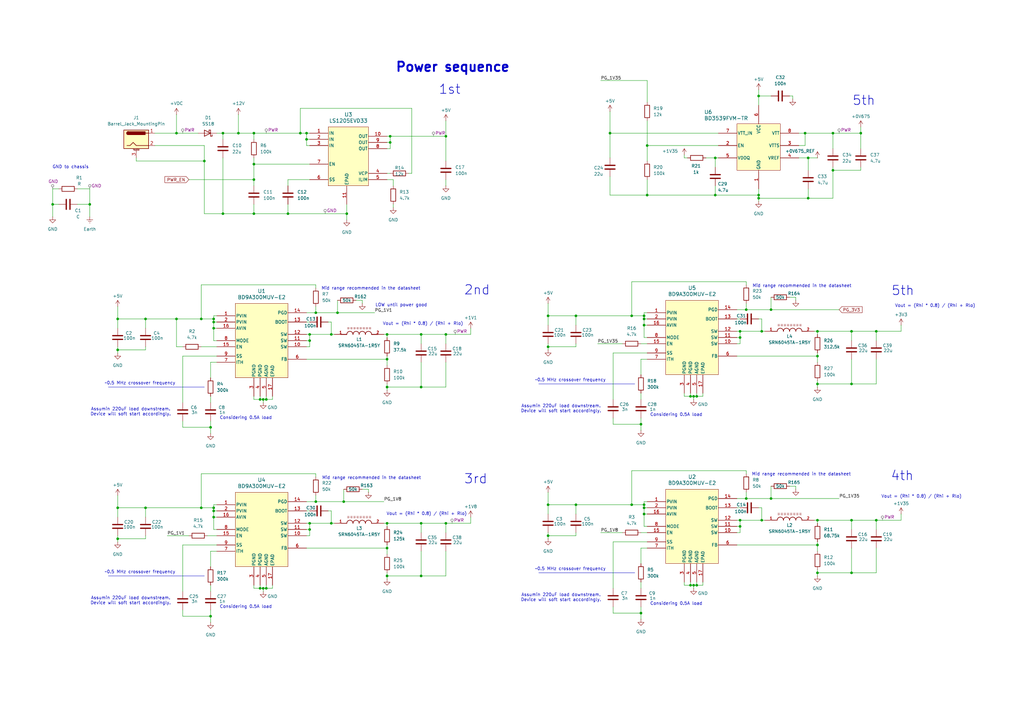
<source format=kicad_sch>
(kicad_sch (version 20250114) (generator "eeschema") (generator_version "9.0")
  (paper "A3")
  (title_block (title "ZYNQ POWER") (date "2025-10-06") (rev "A") (company "GHM"))
  (lib_symbols
    (symbol "Connector:Barrel_Jack_MountingPin" (pin_names (hide yes))
      (property "Reference" "J1" (at 0 8.89 0))
      (property "Value" "Barrel_Jack_MountingPin" (at 0 6.35 0))
      (symbol "Barrel_Jack_MountingPin_1_1"
        (text "Mounting" (at 0 -4.191 0) (effects (font (size 0.381 0.381))))
        (pin passive line (at 0 -7.62 90) (length 3.048) (name "MountPin") (number "3"))
        (pin passive line (at 7.62 2.54 180) (length 2.54) (name "~") (number "1"))
        (pin passive line (at 7.62 -2.54 180) (length 2.54) (name "~") (number "2"))
      )
    )
    (symbol "Device:C" (pin_numbers (hide yes)) (pin_names (offset 0.254))
      (property "Reference" "C" (at 0.635 2.54 0))
      (property "Value" "C" (at 0.635 -2.54 0))
      (symbol "C_1_1"
        (pin passive line (at 0 3.81 270) (length 2.794) (name "~") (number "1"))
        (pin passive line (at 0 -3.81 90) (length 2.794) (name "~") (number "2"))
      )
    )
    (symbol "Device:R" (pin_numbers (hide yes)) (pin_names (offset 0))
      (property "Reference" "R" (at 2.032 0 90))
      (property "Value" "R" (at 0 0 90))
      (symbol "R_1_1"
        (pin passive line (at 0 3.81 270) (length 1.27) (name "~") (number "1"))
        (pin passive line (at 0 -3.81 90) (length 1.27) (name "~") (number "2"))
      )
    )
    (symbol "Diode:SS18" (pin_numbers (hide yes)) (pin_names (offset 1.016) (hide yes))
      (property "Reference" "D" (at 0 2.54 0))
      (property "Value" "SS18" (at 0 -2.54 0))
      (symbol "SS18_1_1"
        (pin passive line (at -3.81 0 0) (length 2.54) (name "K") (number "1"))
        (pin passive line (at 3.81 0 180) (length 2.54) (name "A") (number "2"))
      )
    )
    (symbol "power:Earth" (power) (pin_numbers (hide yes)) (pin_names (offset 0) (hide yes))
      (property "Value" "Earth" (at 0 -3.81 0))
      (symbol "Earth_1_1"
        (pin power_in line (at 0 0 270) (length 0) (name "~") (number "1"))
      )
    )
    (symbol "power:GND" (power) (pin_numbers (hide yes)) (pin_names (offset 0) (hide yes))
      (property "Value" "GND" (at 0 -3.81 0))
      (symbol "GND_1_1"
        (pin power_in line (at 0 0 270) (length 0) (name "~") (number "1"))
      )
    )
    (symbol "power:VCC" (power) (pin_numbers (hide yes)) (pin_names (offset 0) (hide yes))
      (property "Value" "VCC" (at 0 3.556 0))
      (symbol "VCC_1_1"
        (pin power_in line (at 0 0 90) (length 0) (name "~") (number "1"))
      )
    )
    (symbol "symbols:BD3539FVM-TR" (pin_names (offset 0.254))
      (property "Reference" "U" (at 28.194 -15.748 0))
      (property "Value" "BD3539FVM-TR" (at 28.194 -18.288 0))
      (symbol "BD3539FVM-TR_0_1"
        (pin unspecified line (at 0 2.54 0) (length 7.62) (name "VTT_IN") (number "7"))
        (pin unspecified line (at 0 -2.54 0) (length 7.62) (name "EN") (number "2"))
        (pin power_in line (at 0 -7.62 0) (length 7.62) (name "VDDQ") (number "5"))
        (pin power_in line (at 16.51 13.97 270) (length 7.62) (name "VCC") (number "6"))
        (pin power_out line (at 16.51 -20.32 90) (length 7.62) (name "GND") (number "1"))
        (pin unspecified line (at 33.02 2.54 180) (length 7.62) (name "VTT") (number "8"))
        (pin unspecified line (at 33.02 -2.54 180) (length 7.62) (name "VTTS") (number "3"))
        (pin power_in line (at 33.02 -7.62 180) (length 7.62) (name "VREF") (number "4"))
      )
    )
    (symbol "symbols:BD9A300MUV-E2" (pin_names (offset 0.254))
      (property "Reference" "U10" (at 18.415 12.7 0))
      (property "Value" "BD9A300MUV-E2" (at 18.415 10.16 0))
      (symbol "BD9A300MUV-E2_0_1"
        (pin unspecified line (at 0 2.54 0) (length 7.62) (name "PVIN") (number "1"))
        (pin unspecified line (at 0 0 0) (length 7.62) (name "PVIN") (number "2"))
        (pin unspecified line (at 0 -2.54 0) (length 7.62) (name "AVIN") (number "16"))
        (pin unspecified line (at 0 -7.62 0) (length 7.62) (name "MODE") (number "8"))
        (pin unspecified line (at 0 -10.16 0) (length 7.62) (name "EN") (number "15"))
        (pin unspecified line (at 0 -13.97 0) (length 7.62) (name "SS") (number "9"))
        (pin unspecified line (at 0 -16.51 0) (length 7.62) (name "ITH") (number "7"))
        (pin power_out line (at 15.24 -30.48 90) (length 7.62) (name "PGND") (number "3"))
        (pin power_out line (at 17.78 -30.48 90) (length 7.62) (name "PGND") (number "4"))
        (pin power_out line (at 20.32 -30.48 90) (length 7.62) (name "AGND") (number "5"))
        (pin unspecified line (at 22.86 -30.48 90) (length 7.62) (name "EPAD") (number "17"))
        (pin unspecified line (at 36.83 3.81 180) (length 7.62) (name "PGD") (number "14"))
        (pin unspecified line (at 36.83 0 180) (length 7.62) (name "BOOT") (number "13"))
        (pin unspecified line (at 36.83 -5.08 180) (length 7.62) (name "SW") (number "12"))
        (pin unspecified line (at 36.83 -7.62 180) (length 7.62) (name "SW") (number "11"))
        (pin unspecified line (at 36.83 -10.16 180) (length 7.62) (name "SW") (number "10"))
        (pin unspecified line (at 36.83 -15.24 180) (length 7.62) (name "FB") (number "6"))
      )
    )
    (symbol "symbols:LS1205EVD33" (pin_names (offset 0.254))
      (property "Reference" "U8" (at 15.875 10.16 0))
      (property "Value" "LS1205EVD33" (at 15.875 7.62 0))
      (symbol "LS1205EVD33_0_1"
        (pin input line (at 0 2.54 0) (length 7.62) (name "IN") (number "1"))
        (pin input line (at 0 0 0) (length 7.62) (name "IN") (number "2"))
        (pin input line (at 0 -2.54 0) (length 7.62) (name "IN") (number "3"))
        (pin unspecified line (at 0 -10.16 0) (length 7.62) (name "EN") (number "7"))
        (pin unspecified line (at 0 -16.51 0) (length 7.62) (name "SS") (number "6"))
        (pin power_out line (at 15.24 -26.67 90) (length 7.62) (name "EPAD") (number "11"))
        (pin output line (at 31.75 1.27 180) (length 7.62) (name "OUT") (number "10"))
        (pin output line (at 31.75 -1.27 180) (length 7.62) (name "OUT") (number "9"))
        (pin output line (at 31.75 -3.81 180) (length 7.62) (name "OUT") (number "8"))
        (pin unspecified line (at 31.75 -13.97 180) (length 7.62) (name "VCP") (number "4"))
        (pin unspecified line (at 31.75 -16.51 180) (length 7.62) (name "ILIM") (number "5"))
      )
    )
    (symbol "symbols:SRN6045TA-1R5Y" (pin_names (offset 1.016))
      (property "Reference" "L" (at -4.318 -2.794 0))
      (property "Value" "SRN6045TA-1R5Y" (at -7.874 -5.842 0))
      (symbol "SRN6045TA-1R5Y_0_0"
        (pin passive line (at -10.16 0 0) (length 5.08) (name "~") (number "1"))
        (pin passive line (at 10.16 0 180) (length 5.08) (name "~") (number "2"))
      )
    )
  )
  (text "GND to chassis\n" (at 28.956 68.58 0) (effects (font (size 1.27 1.27))))
  (text "4th" (at 365.252 193.04 0) (effects (font (size 3.81 3.81) (thickness 0.254) (bold yes)) (justify left top)))
  (text "Considering 0.5A load" (at 277.368 247.65 0) (effects (font (size 1.27 1.27))))
  (text "Considering 0.5A load" (at 277.368 170.18 0) (effects (font (size 1.27 1.27))))
  (text "~0.5 MHz crossover frequency" (at 233.934 155.956 0) (effects (font (size 1.27 1.27))))
  (text "Assumin 220uF load downstream.\nDevice will soft start accordingly." (at 53.594 246.38 0) (effects (font (size 1.27 1.27))))
  (text "Vout = (Rhi * 0.8) / (Rhi + Rlo)" (at 377.952 203.708 0) (effects (font (size 1.27 1.27))))
  (text "Considering 0.5A load" (at 100.838 171.45 0) (effects (font (size 1.27 1.27))))
  (text "1st\n" (at 179.832 34.544 0) (effects (font (size 3.81 3.81) (thickness 0.254) (bold yes)) (justify left top)))
  (text "LOW until power good\n" (at 153.924 124.46 0) (effects (font (size 1.27 1.27)) (justify left top)))
  (text "Mid range recommended in the datasheet" (at 152.4 196.088 0) (effects (font (size 1.27 1.27))))
  (text "Assumin 220uF load downstream.\nDevice will soft start accordingly." (at 230.124 245.11 0) (effects (font (size 1.27 1.27))))
  (text "Vout = (Rhi * 0.8) / (Rhi + Rlo)" (at 175.006 210.82 0) (effects (font (size 1.27 1.27))))
  (text "~0.5 MHz crossover frequency" (at 57.404 234.696 0) (effects (font (size 1.27 1.27))))
  (text "Mid range recommended in the datasheet" (at 328.676 194.564 0) (effects (font (size 1.27 1.27))))
  (text "5th" (at 349.504 39.116 0) (effects (font (size 3.81 3.81) (thickness 0.254) (bold yes)) (justify left top)))
  (text "Mid range recommended in the datasheet" (at 328.93 117.348 0) (effects (font (size 1.27 1.27))))
  (text "Vout = (Rhi * 0.8) / (Rhi + Rlo)" (at 383.54 125.476 0) (effects (font (size 1.27 1.27))))
  (text "~0.5 MHz crossover frequency" (at 233.934 233.426 0) (effects (font (size 1.27 1.27))))
  (text "5th" (at 365.506 117.094 0) (effects (font (size 3.81 3.81) (thickness 0.254) (bold yes)) (justify left top)))
  (text "~0.5 MHz crossover frequency" (at 57.404 157.226 0) (effects (font (size 1.27 1.27))))
  (text "Power sequence" (at 162.052 25.4 0) (effects (font (size 3.81 3.81) (thickness 0.762) (bold yes)) (justify left top)))
  (text "2nd\n" (at 190.246 116.84 0) (effects (font (size 3.81 3.81) (thickness 0.254) (bold yes)) (justify left top)))
  (text "Vout = (Rhi * 0.8) / (Rhi + Rlo)" (at 173.482 132.842 0) (effects (font (size 1.27 1.27))))
  (text "Considering 0.5A load" (at 100.838 248.92 0) (effects (font (size 1.27 1.27))))
  (text "Mid range recommended in the datasheet" (at 152.146 118.364 0) (effects (font (size 1.27 1.27))))
  (text "Assumin 220uF load downstream.\nDevice will soft start accordingly." (at 230.124 167.64 0) (effects (font (size 1.27 1.27))))
  (text "Assumin 220uF load downstream.\nDevice will soft start accordingly." (at 53.594 168.91 0) (effects (font (size 1.27 1.27))))
  (text "3rd" (at 190.246 194.31 0) (effects (font (size 3.81 3.81) (thickness 0.254) (bold yes)) (justify left top)))
  (junction (at 264.16 133.35))
  (junction (at 106.68 241.3))
  (junction (at 283.21 162.56))
  (junction (at 335.28 135.89))
  (junction (at 172.72 236.22))
  (junction (at 87.63 130.81))
  (junction (at 312.42 135.89))
  (junction (at 341.63 54.61))
  (junction (at 135.89 137.16))
  (junction (at 224.79 219.71))
  (junction (at 127 217.17))
  (junction (at 303.53 138.43))
  (junction (at 236.22 207.01))
  (junction (at 158.75 158.75))
  (junction (at 59.69 208.28))
  (junction (at 331.47 64.77))
  (junction (at 91.44 54.61))
  (junction (at 118.11 87.63))
  (junction (at 87.63 209.55))
  (junction (at 224.79 129.54))
  (junction (at 264.16 207.01))
  (junction (at 265.43 59.69))
  (junction (at 224.79 142.24))
  (junction (at 129.54 128.27))
  (junction (at 160.02 55.88))
  (junction (at 72.39 54.61))
  (junction (at 335.28 234.95))
  (junction (at 284.48 162.56))
  (junction (at 284.48 240.03))
  (junction (at 129.54 205.74))
  (junction (at 330.2 54.61))
  (junction (at 224.79 207.01))
  (junction (at 127 214.63))
  (junction (at 285.75 240.03))
  (junction (at 91.44 87.63))
  (junction (at 72.39 130.81))
  (junction (at 172.72 137.16))
  (junction (at 125.73 57.15))
  (junction (at 97.79 54.61))
  (junction (at 264.16 210.82))
  (junction (at 264.16 208.28))
  (junction (at 104.14 73.66))
  (junction (at 127 137.16))
  (junction (at 349.25 135.89))
  (junction (at 160.02 58.42))
  (junction (at 236.22 129.54))
  (junction (at 140.97 205.74))
  (junction (at 158.75 137.16))
  (junction (at 335.28 223.52))
  (junction (at 48.26 130.81))
  (junction (at 182.88 214.63))
  (junction (at 303.53 215.9))
  (junction (at 311.15 81.28))
  (junction (at 135.89 214.63))
  (junction (at 264.16 130.81))
  (junction (at 172.72 214.63))
  (junction (at 359.41 135.89))
  (junction (at 158.75 147.32))
  (junction (at 335.28 213.36))
  (junction (at 48.26 220.98))
  (junction (at 142.24 87.63))
  (junction (at 125.73 54.61))
  (junction (at 316.23 127))
  (junction (at 303.53 135.89))
  (junction (at 87.63 208.28))
  (junction (at 259.08 207.01))
  (junction (at 349.25 157.48))
  (junction (at 109.22 163.83))
  (junction (at 303.53 213.36))
  (junction (at 172.72 158.75))
  (junction (at 104.14 54.61))
  (junction (at 259.08 129.54))
  (junction (at 311.15 39.37))
  (junction (at 82.55 208.28))
  (junction (at 104.14 87.63))
  (junction (at 262.89 251.46))
  (junction (at 349.25 213.36))
  (junction (at 265.43 80.01))
  (junction (at 331.47 81.28))
  (junction (at 21.59 83.82))
  (junction (at 82.55 130.81))
  (junction (at 87.63 132.08))
  (junction (at 86.36 252.73))
  (junction (at 109.22 241.3))
  (junction (at 285.75 162.56))
  (junction (at 335.28 146.05))
  (junction (at 311.15 80.01))
  (junction (at 306.07 127))
  (junction (at 106.68 163.83))
  (junction (at 59.69 130.81))
  (junction (at 293.37 80.01))
  (junction (at 158.75 214.63))
  (junction (at 359.41 213.36))
  (junction (at 127 139.7))
  (junction (at 182.88 137.16))
  (junction (at 262.89 173.99))
  (junction (at 283.21 240.03))
  (junction (at 83.82 66.04))
  (junction (at 104.14 67.31))
  (junction (at 250.19 54.61))
  (junction (at 36.83 83.82))
  (junction (at 341.63 69.85))
  (junction (at 87.63 134.62))
  (junction (at 182.88 55.88))
  (junction (at 107.95 241.3))
  (junction (at 312.42 213.36))
  (junction (at 158.75 224.79))
  (junction (at 87.63 212.09))
  (junction (at 48.26 143.51))
  (junction (at 293.37 64.77))
  (junction (at 107.95 163.83))
  (junction (at 48.26 208.28))
  (junction (at 335.28 157.48))
  (junction (at 264.16 129.54))
  (junction (at 316.23 204.47))
  (junction (at 86.36 175.26))
  (junction (at 349.25 234.95))
  (junction (at 158.75 236.22))
  (junction (at 306.07 204.47))
  (junction (at 123.19 54.61))
  (junction (at 353.06 54.61))
  (junction (at 138.43 128.27))
  (wire (pts (xy 323.85 39.37) (xy 325.12 39.37)))
  (wire (pts (xy 251.46 251.46) (xy 262.89 251.46)))
  (wire (pts (xy 55.88 64.77) (xy 55.88 66.04)))
  (wire (pts (xy 88.9 142.24) (xy 82.55 142.24)))
  (wire (pts (xy 107.95 241.3) (xy 109.22 241.3)))
  (wire (pts (xy 74.93 175.26) (xy 86.36 175.26)))
  (wire (pts (xy 280.67 240.03) (xy 280.67 238.76)))
  (wire (pts (xy 87.63 207.01) (xy 88.9 207.01)))
  (wire (pts (xy 311.15 36.83) (xy 311.15 39.37)))
  (wire (pts (xy 160.02 55.88) (xy 182.88 55.88)))
  (wire (pts (xy 182.88 49.53) (xy 182.88 55.88)))
  (wire (pts (xy 303.53 215.9) (xy 303.53 213.36)))
  (wire (pts (xy 265.43 215.9) (xy 264.16 215.9)))
  (wire (pts (xy 118.11 83.82) (xy 118.11 87.63)))
  (wire (pts (xy 158.75 146.05) (xy 158.75 147.32)))
  (wire (pts (xy 262.89 163.83) (xy 262.89 161.29)))
  (wire (pts (xy 158.75 147.32) (xy 158.75 149.86)))
  (wire (pts (xy 87.63 208.28) (xy 87.63 207.01)))
  (wire (pts (xy 331.47 64.77) (xy 335.28 64.77)))
  (wire (pts (xy 104.14 54.61) (xy 123.19 54.61)))
  (wire (pts (xy 74.93 142.24) (xy 72.39 142.24)))
  (wire (pts (xy 359.41 213.36) (xy 369.57 213.36)))
  (wire (pts (xy 182.88 226.06) (xy 182.88 236.22)))
  (wire (pts (xy 104.14 241.3) (xy 104.14 240.03)))
  (wire (pts (xy 106.68 241.3) (xy 106.68 240.03)))
  (wire (pts (xy 63.5 54.61) (xy 72.39 54.61)))
  (wire (pts (xy 125.73 57.15) (xy 127 57.15)))
  (wire (pts (xy 158.75 73.66) (xy 161.29 73.66)))
  (wire (pts (xy 161.29 73.66) (xy 161.29 76.2)))
  (wire (pts (xy 74.93 250.19) (xy 74.93 252.73)))
  (wire (pts (xy 125.73 219.71) (xy 127 219.71)))
  (wire (pts (xy 283.21 162.56) (xy 283.21 161.29)))
  (wire (pts (xy 224.79 129.54) (xy 236.22 129.54)))
  (wire (pts (xy 74.93 165.1) (xy 74.93 146.05)))
  (wire (pts (xy 236.22 219.71) (xy 224.79 219.71)))
  (wire (pts (xy 264.16 128.27) (xy 265.43 128.27)))
  (wire (pts (xy 127 132.08) (xy 125.73 132.08)))
  (wire (pts (xy 311.15 77.47) (xy 311.15 80.01)))
  (wire (pts (xy 280.67 162.56) (xy 283.21 162.56)))
  (wire (pts (xy 182.88 137.16) (xy 182.88 140.97)))
  (wire (pts (xy 135.89 137.16) (xy 137.16 137.16)))
  (wire (pts (xy 59.69 219.71) (xy 59.69 220.98)))
  (wire (pts (xy 265.43 133.35) (xy 264.16 133.35)))
  (wire (pts (xy 182.88 158.75) (xy 172.72 158.75)))
  (wire (pts (xy 264.16 130.81) (xy 264.16 129.54)))
  (wire (pts (xy 353.06 52.07) (xy 353.06 54.61)))
  (wire (pts (xy 135.89 214.63) (xy 137.16 214.63)))
  (wire (pts (xy 59.69 212.09) (xy 59.69 208.28)))
  (wire (pts (xy 127 137.16) (xy 135.89 137.16)))
  (wire (pts (xy 236.22 133.35) (xy 236.22 129.54)))
  (wire (pts (xy 369.57 210.82) (xy 369.57 213.36)))
  (wire (pts (xy 259.08 193.04) (xy 259.08 207.01)))
  (wire (pts (xy 104.14 83.82) (xy 104.14 87.63)))
  (wire (pts (xy 172.72 137.16) (xy 182.88 137.16)))
  (wire (pts (xy 349.25 234.95) (xy 335.28 234.95)))
  (wire (pts (xy 311.15 39.37) (xy 316.23 39.37)))
  (wire (pts (xy 87.63 129.54) (xy 88.9 129.54)))
  (wire (pts (xy 158.75 137.16) (xy 158.75 138.43)))
  (wire (pts (xy 303.53 138.43) (xy 303.53 135.89)))
  (wire (pts (xy 306.07 115.57) (xy 259.08 115.57)))
  (wire (pts (xy 280.67 63.5) (xy 280.67 64.77)))
  (wire (pts (xy 284.48 162.56) (xy 285.75 162.56)))
  (wire (pts (xy 158.75 71.12) (xy 160.02 71.12)))
  (wire (pts (xy 264.16 138.43) (xy 264.16 133.35)))
  (wire (pts (xy 265.43 140.97) (xy 262.89 140.97)))
  (wire (pts (xy 125.73 142.24) (xy 127 142.24)))
  (polyline (pts (xy 220.98 234.95) (xy 260.35 234.95)))
  (wire (pts (xy 106.68 163.83) (xy 106.68 162.56)))
  (wire (pts (xy 172.72 148.59) (xy 172.72 158.75)))
  (wire (pts (xy 104.14 67.31) (xy 127 67.31)))
  (wire (pts (xy 224.79 124.46) (xy 224.79 129.54)))
  (wire (pts (xy 48.26 203.2) (xy 48.26 208.28)))
  (wire (pts (xy 87.63 130.81) (xy 87.63 129.54)))
  (wire (pts (xy 59.69 134.62) (xy 59.69 130.81)))
  (wire (pts (xy 262.89 147.32) (xy 265.43 147.32)))
  (wire (pts (xy 316.23 121.92) (xy 316.23 127)))
  (wire (pts (xy 349.25 135.89) (xy 359.41 135.89)))
  (wire (pts (xy 129.54 203.2) (xy 129.54 205.74)))
  (wire (pts (xy 264.16 133.35) (xy 264.16 130.81)))
  (wire (pts (xy 265.43 210.82) (xy 264.16 210.82)))
  (wire (pts (xy 160.02 55.88) (xy 160.02 58.42)))
  (wire (pts (xy 107.95 241.3) (xy 107.95 242.57)))
  (wire (pts (xy 138.43 128.27) (xy 153.67 128.27)))
  (wire (pts (xy 280.67 162.56) (xy 280.67 161.29)))
  (wire (pts (xy 118.11 73.66) (xy 127 73.66)))
  (wire (pts (xy 158.75 214.63) (xy 172.72 214.63)))
  (wire (pts (xy 246.38 218.44) (xy 255.27 218.44)))
  (wire (pts (xy 316.23 204.47) (xy 344.17 204.47)))
  (wire (pts (xy 193.04 212.09) (xy 193.04 214.63)))
  (wire (pts (xy 83.82 66.04) (xy 83.82 87.63)))
  (wire (pts (xy 77.47 73.66) (xy 104.14 73.66)))
  (wire (pts (xy 48.26 134.62) (xy 48.26 130.81)))
  (wire (pts (xy 359.41 224.79) (xy 359.41 234.95)))
  (wire (pts (xy 24.13 83.82) (xy 21.59 83.82)))
  (wire (pts (xy 335.28 222.25) (xy 335.28 223.52)))
  (wire (pts (xy 265.43 73.66) (xy 265.43 80.01)))
  (wire (pts (xy 129.54 116.84) (xy 82.55 116.84)))
  (wire (pts (xy 86.36 250.19) (xy 86.36 252.73)))
  (wire (pts (xy 250.19 45.72) (xy 250.19 54.61)))
  (wire (pts (xy 285.75 240.03) (xy 288.29 240.03)))
  (wire (pts (xy 303.53 208.28) (xy 302.26 208.28)))
  (wire (pts (xy 323.85 199.39) (xy 326.39 199.39)))
  (wire (pts (xy 259.08 207.01) (xy 264.16 207.01)))
  (wire (pts (xy 302.26 138.43) (xy 303.53 138.43)))
  (wire (pts (xy 83.82 59.69) (xy 83.82 66.04)))
  (wire (pts (xy 224.79 133.35) (xy 224.79 129.54)))
  (wire (pts (xy 48.26 142.24) (xy 48.26 143.51)))
  (wire (pts (xy 284.48 240.03) (xy 285.75 240.03)))
  (wire (pts (xy 104.14 241.3) (xy 106.68 241.3)))
  (wire (pts (xy 303.53 213.36) (xy 302.26 213.36)))
  (wire (pts (xy 182.88 236.22) (xy 172.72 236.22)))
  (wire (pts (xy 59.69 208.28) (xy 82.55 208.28)))
  (wire (pts (xy 335.28 233.68) (xy 335.28 234.95)))
  (wire (pts (xy 104.14 163.83) (xy 106.68 163.83)))
  (wire (pts (xy 285.75 240.03) (xy 285.75 238.76)))
  (wire (pts (xy 288.29 240.03) (xy 288.29 238.76)))
  (wire (pts (xy 148.59 200.66) (xy 151.13 200.66)))
  (wire (pts (xy 125.73 54.61) (xy 127 54.61)))
  (wire (pts (xy 138.43 123.19) (xy 138.43 128.27)))
  (wire (pts (xy 193.04 134.62) (xy 193.04 137.16)))
  (wire (pts (xy 224.79 142.24) (xy 224.79 143.51)))
  (wire (pts (xy 111.76 163.83) (xy 111.76 162.56)))
  (wire (pts (xy 48.26 212.09) (xy 48.26 208.28)))
  (wire (pts (xy 125.73 128.27) (xy 129.54 128.27)))
  (wire (pts (xy 107.95 163.83) (xy 109.22 163.83)))
  (wire (pts (xy 160.02 58.42) (xy 158.75 58.42)))
  (wire (pts (xy 111.76 241.3) (xy 111.76 240.03)))
  (polyline (pts (xy 44.45 158.75) (xy 83.82 158.75)))
  (wire (pts (xy 306.07 124.46) (xy 306.07 127)))
  (wire (pts (xy 303.53 213.36) (xy 312.42 213.36)))
  (wire (pts (xy 330.2 54.61) (xy 341.63 54.61)))
  (wire (pts (xy 157.48 137.16) (xy 158.75 137.16)))
  (wire (pts (xy 158.75 237.49) (xy 158.75 236.22)))
  (wire (pts (xy 127 219.71) (xy 127 217.17)))
  (wire (pts (xy 224.79 201.93) (xy 224.79 207.01)))
  (wire (pts (xy 251.46 163.83) (xy 251.46 144.78)))
  (wire (pts (xy 341.63 54.61) (xy 353.06 54.61)))
  (wire (pts (xy 311.15 81.28) (xy 311.15 82.55)))
  (wire (pts (xy 259.08 129.54) (xy 264.16 129.54)))
  (wire (pts (xy 264.16 207.01) (xy 264.16 205.74)))
  (wire (pts (xy 353.06 69.85) (xy 341.63 69.85)))
  (wire (pts (xy 59.69 130.81) (xy 72.39 130.81)))
  (wire (pts (xy 86.36 148.59) (xy 88.9 148.59)))
  (wire (pts (xy 236.22 129.54) (xy 259.08 129.54)))
  (wire (pts (xy 48.26 208.28) (xy 59.69 208.28)))
  (wire (pts (xy 245.11 140.97) (xy 255.27 140.97)))
  (wire (pts (xy 158.75 214.63) (xy 158.75 215.9)))
  (wire (pts (xy 158.75 137.16) (xy 172.72 137.16)))
  (wire (pts (xy 262.89 224.79) (xy 265.43 224.79)))
  (wire (pts (xy 48.26 125.73) (xy 48.26 130.81)))
  (wire (pts (xy 123.19 54.61) (xy 125.73 54.61)))
  (wire (pts (xy 359.41 234.95) (xy 349.25 234.95)))
  (wire (pts (xy 264.16 205.74) (xy 265.43 205.74)))
  (wire (pts (xy 86.36 226.06) (xy 88.9 226.06)))
  (wire (pts (xy 236.22 140.97) (xy 236.22 142.24)))
  (wire (pts (xy 335.28 158.75) (xy 335.28 157.48)))
  (wire (pts (xy 293.37 64.77) (xy 294.64 64.77)))
  (wire (pts (xy 335.28 146.05) (xy 335.28 148.59)))
  (wire (pts (xy 334.01 135.89) (xy 335.28 135.89)))
  (wire (pts (xy 335.28 223.52) (xy 335.28 226.06)))
  (wire (pts (xy 250.19 72.39) (xy 250.19 80.01)))
  (wire (pts (xy 142.24 83.82) (xy 142.24 87.63)))
  (wire (pts (xy 327.66 64.77) (xy 331.47 64.77)))
  (wire (pts (xy 48.26 220.98) (xy 48.26 222.25)))
  (wire (pts (xy 251.46 241.3) (xy 251.46 222.25)))
  (wire (pts (xy 125.73 139.7) (xy 127 139.7)))
  (wire (pts (xy 107.95 163.83) (xy 107.95 165.1)))
  (wire (pts (xy 168.91 71.12) (xy 167.64 71.12)))
  (wire (pts (xy 36.83 83.82) (xy 36.83 77.47)))
  (wire (pts (xy 109.22 163.83) (xy 111.76 163.83)))
  (wire (pts (xy 87.63 212.09) (xy 87.63 209.55)))
  (wire (pts (xy 316.23 127) (xy 344.17 127)))
  (wire (pts (xy 86.36 232.41) (xy 86.36 226.06)))
  (wire (pts (xy 250.19 54.61) (xy 294.64 54.61)))
  (wire (pts (xy 369.57 133.35) (xy 369.57 135.89)))
  (wire (pts (xy 349.25 157.48) (xy 335.28 157.48)))
  (wire (pts (xy 353.06 60.96) (xy 353.06 54.61)))
  (wire (pts (xy 341.63 54.61) (xy 341.63 60.96)))
  (wire (pts (xy 265.43 59.69) (xy 265.43 49.53)))
  (wire (pts (xy 158.75 223.52) (xy 158.75 224.79)))
  (wire (pts (xy 125.73 205.74) (xy 129.54 205.74)))
  (wire (pts (xy 87.63 217.17) (xy 87.63 212.09)))
  (wire (pts (xy 129.54 125.73) (xy 129.54 128.27)))
  (polyline (pts (xy 220.98 157.48) (xy 260.35 157.48)))
  (wire (pts (xy 302.26 204.47) (xy 306.07 204.47)))
  (wire (pts (xy 87.63 132.08) (xy 88.9 132.08)))
  (wire (pts (xy 306.07 193.04) (xy 306.07 194.31)))
  (wire (pts (xy 251.46 248.92) (xy 251.46 251.46)))
  (polyline (pts (xy 44.45 236.22) (xy 83.82 236.22)))
  (wire (pts (xy 86.36 154.94) (xy 86.36 148.59)))
  (wire (pts (xy 311.15 80.01) (xy 311.15 81.28)))
  (wire (pts (xy 129.54 194.31) (xy 129.54 195.58)))
  (wire (pts (xy 312.42 130.81) (xy 312.42 135.89)))
  (wire (pts (xy 250.19 80.01) (xy 265.43 80.01)))
  (wire (pts (xy 224.79 210.82) (xy 224.79 207.01)))
  (wire (pts (xy 83.82 87.63) (xy 91.44 87.63)))
  (wire (pts (xy 134.62 132.08) (xy 135.89 132.08)))
  (wire (pts (xy 118.11 87.63) (xy 142.24 87.63)))
  (wire (pts (xy 36.83 88.9) (xy 36.83 83.82)))
  (wire (pts (xy 97.79 46.99) (xy 97.79 54.61)))
  (wire (pts (xy 182.88 137.16) (xy 193.04 137.16)))
  (wire (pts (xy 77.47 219.71) (xy 68.58 219.71)))
  (wire (pts (xy 262.89 176.53) (xy 262.89 173.99)))
  (wire (pts (xy 303.53 135.89) (xy 312.42 135.89)))
  (wire (pts (xy 74.93 172.72) (xy 74.93 175.26)))
  (wire (pts (xy 289.56 64.77) (xy 293.37 64.77)))
  (wire (pts (xy 302.26 146.05) (xy 335.28 146.05)))
  (wire (pts (xy 323.85 121.92) (xy 326.39 121.92)))
  (wire (pts (xy 31.75 77.47) (xy 36.83 77.47)))
  (wire (pts (xy 306.07 127) (xy 316.23 127)))
  (wire (pts (xy 280.67 64.77) (xy 281.94 64.77)))
  (wire (pts (xy 312.42 208.28) (xy 312.42 213.36)))
  (wire (pts (xy 264.16 210.82) (xy 264.16 208.28)))
  (wire (pts (xy 303.53 130.81) (xy 302.26 130.81)))
  (wire (pts (xy 293.37 80.01) (xy 311.15 80.01)))
  (wire (pts (xy 86.36 242.57) (xy 86.36 240.03)))
  (wire (pts (xy 302.26 127) (xy 306.07 127)))
  (wire (pts (xy 161.29 83.82) (xy 161.29 85.09)))
  (wire (pts (xy 104.14 64.77) (xy 104.14 67.31)))
  (wire (pts (xy 236.22 142.24) (xy 224.79 142.24)))
  (wire (pts (xy 91.44 54.61) (xy 91.44 57.15)))
  (wire (pts (xy 125.73 147.32) (xy 158.75 147.32)))
  (wire (pts (xy 151.13 200.66) (xy 151.13 201.93)))
  (wire (pts (xy 236.22 210.82) (xy 236.22 207.01)))
  (wire (pts (xy 330.2 59.69) (xy 330.2 54.61)))
  (wire (pts (xy 129.54 128.27) (xy 138.43 128.27)))
  (wire (pts (xy 140.97 200.66) (xy 140.97 205.74)))
  (wire (pts (xy 353.06 68.58) (xy 353.06 69.85)))
  (wire (pts (xy 311.15 208.28) (xy 312.42 208.28)))
  (wire (pts (xy 311.15 130.81) (xy 312.42 130.81)))
  (wire (pts (xy 104.14 54.61) (xy 104.14 57.15)))
  (wire (pts (xy 280.67 240.03) (xy 283.21 240.03)))
  (wire (pts (xy 306.07 193.04) (xy 259.08 193.04)))
  (wire (pts (xy 135.89 209.55) (xy 135.89 214.63)))
  (wire (pts (xy 88.9 217.17) (xy 87.63 217.17)))
  (wire (pts (xy 259.08 115.57) (xy 259.08 129.54)))
  (wire (pts (xy 125.73 217.17) (xy 127 217.17)))
  (wire (pts (xy 182.88 73.66) (xy 182.88 76.2)))
  (wire (pts (xy 326.39 199.39) (xy 326.39 200.66)))
  (wire (pts (xy 224.79 218.44) (xy 224.79 219.71)))
  (wire (pts (xy 302.26 223.52) (xy 335.28 223.52)))
  (wire (pts (xy 251.46 144.78) (xy 265.43 144.78)))
  (wire (pts (xy 312.42 213.36) (xy 313.69 213.36)))
  (wire (pts (xy 88.9 134.62) (xy 87.63 134.62)))
  (wire (pts (xy 72.39 130.81) (xy 82.55 130.81)))
  (wire (pts (xy 86.36 255.27) (xy 86.36 252.73)))
  (wire (pts (xy 87.63 132.08) (xy 87.63 130.81)))
  (wire (pts (xy 88.9 212.09) (xy 87.63 212.09)))
  (wire (pts (xy 262.89 171.45) (xy 262.89 173.99)))
  (wire (pts (xy 302.26 215.9) (xy 303.53 215.9)))
  (wire (pts (xy 72.39 54.61) (xy 81.28 54.61)))
  (wire (pts (xy 335.28 213.36) (xy 349.25 213.36)))
  (wire (pts (xy 160.02 60.96) (xy 158.75 60.96)))
  (wire (pts (xy 118.11 73.66) (xy 118.11 76.2)))
  (wire (pts (xy 88.9 54.61) (xy 91.44 54.61)))
  (wire (pts (xy 125.73 59.69) (xy 127 59.69)))
  (wire (pts (xy 104.14 163.83) (xy 104.14 162.56)))
  (wire (pts (xy 306.07 115.57) (xy 306.07 116.84)))
  (wire (pts (xy 158.75 160.02) (xy 158.75 158.75)))
  (wire (pts (xy 125.73 57.15) (xy 125.73 54.61)))
  (wire (pts (xy 104.14 73.66) (xy 104.14 76.2)))
  (wire (pts (xy 91.44 87.63) (xy 104.14 87.63)))
  (wire (pts (xy 172.72 214.63) (xy 182.88 214.63)))
  (wire (pts (xy 251.46 222.25) (xy 265.43 222.25)))
  (wire (pts (xy 359.41 157.48) (xy 349.25 157.48)))
  (wire (pts (xy 129.54 205.74) (xy 140.97 205.74)))
  (wire (pts (xy 158.75 224.79) (xy 158.75 227.33)))
  (wire (pts (xy 142.24 90.17) (xy 142.24 87.63)))
  (wire (pts (xy 262.89 241.3) (xy 262.89 238.76)))
  (wire (pts (xy 349.25 213.36) (xy 349.25 217.17)))
  (wire (pts (xy 168.91 44.45) (xy 123.19 44.45)))
  (wire (pts (xy 335.28 213.36) (xy 335.28 214.63)))
  (wire (pts (xy 21.59 83.82) (xy 21.59 88.9)))
  (wire (pts (xy 87.63 209.55) (xy 87.63 208.28)))
  (wire (pts (xy 335.28 135.89) (xy 349.25 135.89)))
  (wire (pts (xy 160.02 55.88) (xy 158.75 55.88)))
  (wire (pts (xy 288.29 162.56) (xy 288.29 161.29)))
  (wire (pts (xy 303.53 140.97) (xy 303.53 138.43)))
  (wire (pts (xy 140.97 205.74) (xy 157.48 205.74)))
  (wire (pts (xy 88.9 139.7) (xy 87.63 139.7)))
  (wire (pts (xy 74.93 223.52) (xy 88.9 223.52)))
  (wire (pts (xy 109.22 241.3) (xy 109.22 240.03)))
  (wire (pts (xy 303.53 218.44) (xy 303.53 215.9)))
  (wire (pts (xy 129.54 194.31) (xy 82.55 194.31)))
  (wire (pts (xy 97.79 54.61) (xy 104.14 54.61)))
  (wire (pts (xy 87.63 209.55) (xy 88.9 209.55)))
  (wire (pts (xy 262.89 153.67) (xy 262.89 147.32)))
  (wire (pts (xy 246.38 33.02) (xy 265.43 33.02)))
  (wire (pts (xy 334.01 213.36) (xy 335.28 213.36)))
  (wire (pts (xy 293.37 64.77) (xy 293.37 68.58)))
  (wire (pts (xy 134.62 209.55) (xy 135.89 209.55)))
  (wire (pts (xy 157.48 214.63) (xy 158.75 214.63)))
  (wire (pts (xy 48.26 130.81) (xy 59.69 130.81)))
  (wire (pts (xy 82.55 116.84) (xy 82.55 130.81)))
  (wire (pts (xy 160.02 58.42) (xy 160.02 60.96)))
  (wire (pts (xy 224.79 140.97) (xy 224.79 142.24)))
  (wire (pts (xy 359.41 213.36) (xy 359.41 217.17)))
  (wire (pts (xy 224.79 219.71) (xy 224.79 220.98)))
  (wire (pts (xy 306.07 201.93) (xy 306.07 204.47)))
  (wire (pts (xy 265.43 59.69) (xy 265.43 66.04)))
  (wire (pts (xy 146.05 123.19) (xy 148.59 123.19)))
  (wire (pts (xy 104.14 87.63) (xy 118.11 87.63)))
  (wire (pts (xy 265.43 138.43) (xy 264.16 138.43)))
  (wire (pts (xy 59.69 220.98) (xy 48.26 220.98)))
  (wire (pts (xy 91.44 54.61) (xy 97.79 54.61)))
  (wire (pts (xy 325.12 39.37) (xy 325.12 40.64)))
  (wire (pts (xy 316.23 199.39) (xy 316.23 204.47)))
  (wire (pts (xy 262.89 231.14) (xy 262.89 224.79)))
  (wire (pts (xy 109.22 241.3) (xy 111.76 241.3)))
  (wire (pts (xy 264.16 208.28) (xy 264.16 207.01)))
  (wire (pts (xy 129.54 116.84) (xy 129.54 118.11)))
  (wire (pts (xy 125.73 59.69) (xy 125.73 57.15)))
  (wire (pts (xy 285.75 162.56) (xy 288.29 162.56)))
  (wire (pts (xy 63.5 59.69) (xy 83.82 59.69)))
  (wire (pts (xy 293.37 76.2) (xy 293.37 80.01)))
  (wire (pts (xy 48.26 219.71) (xy 48.26 220.98)))
  (wire (pts (xy 135.89 132.08) (xy 135.89 137.16)))
  (wire (pts (xy 172.72 158.75) (xy 158.75 158.75)))
  (wire (pts (xy 265.43 33.02) (xy 265.43 41.91)))
  (wire (pts (xy 168.91 44.45) (xy 168.91 71.12)))
  (wire (pts (xy 123.19 44.45) (xy 123.19 54.61)))
  (wire (pts (xy 86.36 177.8) (xy 86.36 175.26)))
  (wire (pts (xy 284.48 162.56) (xy 284.48 163.83)))
  (wire (pts (xy 359.41 135.89) (xy 359.41 139.7)))
  (wire (pts (xy 250.19 54.61) (xy 250.19 64.77)))
  (wire (pts (xy 74.93 242.57) (xy 74.93 223.52)))
  (wire (pts (xy 303.53 135.89) (xy 302.26 135.89)))
  (wire (pts (xy 294.64 59.69) (xy 265.43 59.69)))
  (wire (pts (xy 264.16 129.54) (xy 264.16 128.27)))
  (wire (pts (xy 82.55 130.81) (xy 87.63 130.81)))
  (wire (pts (xy 327.66 59.69) (xy 330.2 59.69)))
  (wire (pts (xy 31.75 83.82) (xy 36.83 83.82)))
  (wire (pts (xy 127 209.55) (xy 125.73 209.55)))
  (wire (pts (xy 127 214.63) (xy 125.73 214.63)))
  (wire (pts (xy 106.68 241.3) (xy 107.95 241.3)))
  (wire (pts (xy 158.75 157.48) (xy 158.75 158.75)))
  (wire (pts (xy 109.22 163.83) (xy 109.22 162.56)))
  (wire (pts (xy 359.41 147.32) (xy 359.41 157.48)))
  (wire (pts (xy 48.26 143.51) (xy 48.26 144.78)))
  (wire (pts (xy 331.47 64.77) (xy 331.47 69.85)))
  (wire (pts (xy 74.93 146.05) (xy 88.9 146.05)))
  (wire (pts (xy 335.28 236.22) (xy 335.28 234.95)))
  (wire (pts (xy 251.46 171.45) (xy 251.46 173.99)))
  (wire (pts (xy 148.59 123.19) (xy 148.59 124.46)))
  (wire (pts (xy 306.07 204.47) (xy 316.23 204.47)))
  (wire (pts (xy 265.43 218.44) (xy 262.89 218.44)))
  (wire (pts (xy 262.89 248.92) (xy 262.89 251.46)))
  (wire (pts (xy 224.79 207.01) (xy 236.22 207.01)))
  (wire (pts (xy 326.39 121.92) (xy 326.39 123.19)))
  (wire (pts (xy 59.69 143.51) (xy 48.26 143.51)))
  (wire (pts (xy 341.63 69.85) (xy 341.63 68.58)))
  (wire (pts (xy 127 214.63) (xy 135.89 214.63)))
  (wire (pts (xy 87.63 139.7) (xy 87.63 134.62)))
  (wire (pts (xy 125.73 224.79) (xy 158.75 224.79)))
  (wire (pts (xy 172.72 226.06) (xy 172.72 236.22)))
  (wire (pts (xy 82.55 194.31) (xy 82.55 208.28)))
  (wire (pts (xy 349.25 147.32) (xy 349.25 157.48)))
  (wire (pts (xy 331.47 77.47) (xy 331.47 81.28)))
  (wire (pts (xy 302.26 218.44) (xy 303.53 218.44)))
  (wire (pts (xy 182.88 214.63) (xy 193.04 214.63)))
  (wire (pts (xy 158.75 234.95) (xy 158.75 236.22)))
  (wire (pts (xy 87.63 134.62) (xy 87.63 132.08)))
  (wire (pts (xy 359.41 135.89) (xy 369.57 135.89)))
  (wire (pts (xy 335.28 135.89) (xy 335.28 137.16)))
  (wire (pts (xy 284.48 240.03) (xy 284.48 241.3)))
  (wire (pts (xy 264.16 130.81) (xy 265.43 130.81)))
  (wire (pts (xy 264.16 208.28) (xy 265.43 208.28)))
  (wire (pts (xy 172.72 236.22) (xy 158.75 236.22)))
  (wire (pts (xy 302.26 140.97) (xy 303.53 140.97)))
  (wire (pts (xy 335.28 156.21) (xy 335.28 157.48)))
  (wire (pts (xy 172.72 214.63) (xy 172.72 218.44)))
  (wire (pts (xy 285.75 162.56) (xy 285.75 161.29)))
  (wire (pts (xy 127 137.16) (xy 125.73 137.16)))
  (wire (pts (xy 86.36 172.72) (xy 86.36 175.26)))
  (wire (pts (xy 335.28 144.78) (xy 335.28 146.05)))
  (wire (pts (xy 21.59 77.47) (xy 21.59 83.82)))
  (wire (pts (xy 55.88 66.04) (xy 83.82 66.04)))
  (wire (pts (xy 82.55 208.28) (xy 87.63 208.28)))
  (wire (pts (xy 283.21 240.03) (xy 284.48 240.03)))
  (wire (pts (xy 24.13 77.47) (xy 21.59 77.47)))
  (wire (pts (xy 283.21 240.03) (xy 283.21 238.76)))
  (wire (pts (xy 265.43 80.01) (xy 293.37 80.01)))
  (wire (pts (xy 182.88 214.63) (xy 182.88 218.44)))
  (wire (pts (xy 264.16 215.9) (xy 264.16 210.82)))
  (wire (pts (xy 236.22 218.44) (xy 236.22 219.71)))
  (wire (pts (xy 341.63 69.85) (xy 341.63 81.28)))
  (wire (pts (xy 74.93 252.73) (xy 86.36 252.73)))
  (wire (pts (xy 312.42 135.89) (xy 313.69 135.89)))
  (wire (pts (xy 104.14 67.31) (xy 104.14 73.66)))
  (wire (pts (xy 341.63 81.28) (xy 331.47 81.28)))
  (wire (pts (xy 182.88 55.88) (xy 182.88 66.04)))
  (wire (pts (xy 86.36 165.1) (xy 86.36 162.56)))
  (wire (pts (xy 327.66 54.61) (xy 330.2 54.61)))
  (wire (pts (xy 72.39 46.99) (xy 72.39 54.61)))
  (wire (pts (xy 311.15 43.18) (xy 311.15 39.37)))
  (wire (pts (xy 59.69 142.24) (xy 59.69 143.51)))
  (wire (pts (xy 349.25 135.89) (xy 349.25 139.7)))
  (wire (pts (xy 349.25 213.36) (xy 359.41 213.36)))
  (wire (pts (xy 182.88 148.59) (xy 182.88 158.75)))
  (wire (pts (xy 236.22 207.01) (xy 259.08 207.01)))
  (wire (pts (xy 72.39 142.24) (xy 72.39 130.81)))
  (wire (pts (xy 349.25 224.79) (xy 349.25 234.95)))
  (wire (pts (xy 127 142.24) (xy 127 139.7)))
  (wire (pts (xy 172.72 137.16) (xy 172.72 140.97)))
  (wire (pts (xy 106.68 163.83) (xy 107.95 163.83)))
  (wire (pts (xy 251.46 173.99) (xy 262.89 173.99)))
  (wire (pts (xy 88.9 219.71) (xy 85.09 219.71)))
  (wire (pts (xy 283.21 162.56) (xy 284.48 162.56)))
  (wire (pts (xy 262.89 254) (xy 262.89 251.46)))
  (wire (pts (xy 331.47 81.28) (xy 311.15 81.28)))
  (wire (pts (xy 127 139.7) (xy 127 137.16)))
  (wire (pts (xy 127 217.17) (xy 127 214.63)))
  (wire (pts (xy 91.44 64.77) (xy 91.44 87.63)))
  (label "PG_1V35" (at 245.11 140.97 0))
  (label "PG_1V1" (at 68.58 219.71 0))
  (label "PG_1V35" (at 246.38 33.02 0))
  (label "PG_1V35" (at 344.17 204.47 0))
  (label "PG_1V1" (at 153.67 128.27 0))
  (label "PG_1V8" (at 157.48 205.74 0))
  (label "PG_1V8" (at 246.38 218.44 0))
  (global_label "PG_3V3" (shape input) (at 344.17 127 0) (property "Intersheetrefs" "${INTERSHEET_REFS}" (effects (hide yes))))
  (global_label "PWR_EN" (shape input) (at 77.47 73.66 180) (property "Intersheetrefs" "${INTERSHEET_REFS}" (effects (hide yes))))
  (netclass_flag "" (length 1.27) (shape round) (at 109.22 54.61 0) (property "Netclass" "PWR" (at 109.9185 53.34 0) (effects (justify left))))
  (netclass_flag "" (length 1.27) (shape round) (at 186.69 137.16 0) (property "Netclass" "PWR" (at 187.3885 135.89 0) (effects (justify left))))
  (netclass_flag "" (length 1.27) (shape round) (at 361.95 213.36 0) (property "Netclass" "PWR" (at 362.6485 212.09 0) (effects (justify left))))
  (netclass_flag "" (length 1.27) (shape round) (at 185.42 214.63 0) (property "Netclass" "PWR" (at 186.1185 213.36 0) (effects (justify left))))
  (netclass_flag "" (length 1.27) (shape round) (at 344.17 54.61 0) (property "Netclass" "PWR" (at 344.8685 53.34 0) (effects (justify left))))
  (netclass_flag "" (length 1.27) (shape round) (at 177.8 55.88 0) (property "Netclass" "PWR" (at 178.4985 54.61 0) (effects (justify left))))
  (netclass_flag "" (length 1.27) (shape round) (at 36.83 77.47 0) (property "Netclass" "GND" (at 37.5285 76.2 0) (effects (justify left))))
  (netclass_flag "" (length 1.27) (shape round) (at 21.59 77.47 0) (property "Netclass" "GND" (at 19.812 74.422 0) (effects (justify left))))
  (netclass_flag "" (length 1.27) (shape round) (at 74.93 54.61 0) (property "Netclass" "PWR" (at 75.6285 53.34 0) (effects (justify left))))
  (netclass_flag "" (length 1.27) (shape round) (at 133.35 87.63 0) (property "Netclass" "GND" (at 134.0485 86.36 0) (effects (justify left))))
  (symbol (lib_id "power:VCC") (at 369.57 210.82 0) (unit 1)
    (property "Reference" "#PWR020" (effects (hide yes)))
    (property "Value" "+1V35" (at 369.57 206.502 0))
    (property "Description" "Power symbol creates a global label with name \"VCC\"" (effects (hide yes)))
  )
  (symbol (lib_id "Device:C") (at 172.72 222.25 180) (unit 1)
    (property "Reference" "C35" (at 177.292 220.472 0))
    (property "Value" "22u" (at 177.546 222.504 0))
    (property "Footprint" "Capacitor_SMD:C_0201_0603Metric" (effects (hide yes)))
    (property "Description" "Unpolarized capacitor" (effects (hide yes)))
  )
  (symbol (lib_id "Device:R") (at 259.08 140.97 90) (unit 1)
    (property "Reference" "R16" (at 259.08 134.62 90))
    (property "Value" "4.7k" (at 259.08 137.16 90))
    (property "Footprint" "Resistor_SMD:R_0402_1005Metric_Pad0.72x0.64mm_HandSolder" (effects (hide yes)))
    (property "Description" "Resistor" (effects (hide yes)))
  )
  (symbol (lib_id "Device:R") (at 265.43 45.72 180) (unit 1)
    (property "Reference" "R19" (at 267.97 44.4499 0) (effects (justify right)))
    (property "Value" "12k" (at 267.97 46.9899 0) (effects (justify right)))
    (property "Footprint" "Resistor_SMD:R_0402_1005Metric_Pad0.72x0.64mm_HandSolder" (effects (hide yes)))
    (property "Description" "Resistor" (effects (hide yes)))
  )
  (symbol (lib_id "power:VCC") (at 97.79 46.99 0) (unit 1)
    (property "Reference" "#PWR010" (effects (hide yes)))
    (property "Value" "+12V" (at 97.79 42.418 0))
    (property "Description" "Power symbol creates a global label with name \"VCC\"" (effects (hide yes)))
  )
  (symbol (lib_id "power:GND") (at 107.95 165.1 0) (unit 1)
    (property "Reference" "#PWR011" (effects (hide yes)))
    (property "Value" "GND" (at 111.76 167.132 0))
    (property "Description" "Power symbol creates a global label with name \"GND\" , ground" (effects (hide yes)))
  )
  (symbol (lib_id "symbols:SRN6045TA-1R5Y") (at 147.32 214.63 0) (unit 1)
    (property "Reference" "L3" (at 147.32 216.662 0))
    (property "Value" "SRN6045TA-1R5Y" (at 147.32 219.202 0))
    (property "Footprint" "srn604:IND_SRN6045TA-1R5Y" (effects (hide yes)))
    (property "MANUFACTURER" "BOURNS" (effects (hide yes)))
    (property "STANDARD" "Manufacturer Recommendations" (effects (hide yes)))
  )
  (symbol (lib_id "power:GND") (at 326.39 123.19 0) (unit 1)
    (property "Reference" "#PWR0244" (effects (hide yes)))
    (property "Value" "GND" (effects (hide yes)))
    (property "Description" "Power symbol creates a global label with name \"GND\" , ground" (effects (hide yes)))
  )
  (symbol (lib_id "power:Earth") (at 36.83 88.9 0) (mirror y) (unit 1)
    (property "Reference" "#PWR02" (effects (hide yes)))
    (property "Value" "Earth" (at 36.83 93.98 0))
    (property "Description" "Power symbol creates a global label with name \"Earth\"" (effects (hide yes)))
  )
  (symbol (lib_id "power:GND") (at 262.89 254 0) (unit 1)
    (property "Reference" "#PWR09" (effects (hide yes)))
    (property "Value" "GND" (at 262.89 259.08 0))
    (property "Description" "Power symbol creates a global label with name \"GND\" , ground" (effects (hide yes)))
  )
  (symbol (lib_id "Device:C") (at 86.36 246.38 180) (unit 1)
    (property "Reference" "C27" (at 90.932 244.602 0))
    (property "Value" "1n" (at 91.186 246.634 0))
    (property "Footprint" "Capacitor_SMD:C_0201_0603Metric" (effects (hide yes)))
    (property "Description" "Unpolarized capacitor" (effects (hide yes)))
  )
  (symbol (lib_id "Diode:SS18") (at 85.09 54.61 180) (unit 1)
    (property "Reference" "D1" (at 85.4075 48.26 0))
    (property "Value" "SS18" (at 85.4075 50.8 0))
    (property "Footprint" "Diode_SMD:D_SMA_Handsoldering" (effects (hide yes)))
    (property "Datasheet" "https://www.smc-diodes.com/propdf/SS12-SS110%20N0229%20REV.C.pdf" (effects (hide yes)))
    (property "Description" "80V 1A Schottky Diode, SMA" (effects (hide yes)))
  )
  (symbol (lib_id "Device:R") (at 335.28 229.87 0) (unit 1)
    (property "Reference" "R12" (at 337.82 228.5999 0) (effects (justify left)))
    (property "Value" "100k" (at 337.82 231.1399 0) (effects (justify left)))
    (property "Footprint" "Resistor_SMD:R_0402_1005Metric_Pad0.72x0.64mm_HandSolder" (effects (hide yes)))
    (property "Description" "Resistor" (effects (hide yes)))
  )
  (symbol (lib_id "Device:C") (at 331.47 73.66 180) (unit 1)
    (property "Reference" "C33" (at 335.28 72.3899 0) (effects (justify right)))
    (property "Value" "4.7u" (at 335.28 74.9299 0) (effects (justify right)))
    (property "Footprint" "Capacitor_SMD:C_0201_0603Metric" (effects (hide yes)))
    (property "Description" "Unpolarized capacitor" (effects (hide yes)))
  )
  (symbol (lib_id "Device:R") (at 86.36 158.75 0) (unit 1)
    (property "Reference" "R4" (at 88.9 157.4799 0) (effects (justify left)))
    (property "Value" "300k" (at 88.9 160.0199 0) (effects (justify left)))
    (property "Footprint" "Resistor_SMD:R_0402_1005Metric_Pad0.72x0.64mm_HandSolder" (effects (hide yes)))
    (property "Description" "Resistor" (effects (hide yes)))
  )
  (symbol (lib_id "Device:C") (at 224.79 137.16 180) (unit 1)
    (property "Reference" "C21" (at 229.362 135.382 0))
    (property "Value" "100n" (at 229.616 137.414 0))
    (property "Footprint" "Capacitor_SMD:C_0201_0603Metric" (effects (hide yes)))
    (property "Description" "Unpolarized capacitor" (effects (hide yes)))
  )
  (symbol (lib_id "power:GND") (at 284.48 163.83 0) (unit 1)
    (property "Reference" "#PWR030" (effects (hide yes)))
    (property "Value" "GND" (at 288.29 165.862 0))
    (property "Description" "Power symbol creates a global label with name \"GND\" , ground" (effects (hide yes)))
  )
  (symbol (lib_id "Device:C") (at 353.06 64.77 180) (unit 1)
    (property "Reference" "C37" (at 356.87 63.4999 0) (effects (justify right)))
    (property "Value" "4.7u" (at 356.87 66.0399 0) (effects (justify right)))
    (property "Footprint" "Capacitor_SMD:C_0201_0603Metric" (effects (hide yes)))
    (property "Description" "Unpolarized capacitor" (effects (hide yes)))
  )
  (symbol (lib_id "Device:C") (at 307.34 208.28 90) (unit 1)
    (property "Reference" "C14" (at 304.038 207.01 90))
    (property "Value" "100n" (at 303.784 209.804 90))
    (property "Footprint" "Capacitor_SMD:C_0201_0603Metric" (effects (hide yes)))
    (property "Description" "Unpolarized capacitor" (effects (hide yes)))
  )
  (symbol (lib_id "power:VCC") (at 250.19 45.72 0) (unit 1)
    (property "Reference" "#PWR025" (effects (hide yes)))
    (property "Value" "+5V" (at 250.19 41.402 0))
    (property "Description" "Power symbol creates a global label with name \"VCC\"" (effects (hide yes)))
  )
  (symbol (lib_id "Device:C") (at 307.34 130.81 90) (unit 1)
    (property "Reference" "C31" (at 304.038 129.54 90))
    (property "Value" "100n" (at 303.784 132.334 90))
    (property "Footprint" "Capacitor_SMD:C_0201_0603Metric" (effects (hide yes)))
    (property "Description" "Unpolarized capacitor" (effects (hide yes)))
  )
  (symbol (lib_id "Device:R") (at 320.04 121.92 90) (unit 1)
    (property "Reference" "R164" (at 325.628 120.396 90))
    (property "Value" "50k" (at 320.04 121.92 90))
    (property "Footprint" "Resistor_SMD:R_0402_1005Metric_Pad0.72x0.64mm_HandSolder" (effects (hide yes)))
    (property "Description" "Resistor" (effects (hide yes)))
  )
  (symbol (lib_id "Device:R") (at 320.04 199.39 90) (unit 1)
    (property "Reference" "R165" (at 325.628 197.866 90))
    (property "Value" "50k" (at 320.04 199.39 90))
    (property "Footprint" "Resistor_SMD:R_0402_1005Metric_Pad0.72x0.64mm_HandSolder" (effects (hide yes)))
    (property "Description" "Resistor" (effects (hide yes)))
  )
  (symbol (lib_id "Device:C") (at 48.26 138.43 180) (unit 1)
    (property "Reference" "C2" (at 52.832 136.652 0))
    (property "Value" "100n" (at 53.086 138.684 0))
    (property "Footprint" "Capacitor_SMD:C_0201_0603Metric" (effects (hide yes)))
    (property "Description" "Unpolarized capacitor" (effects (hide yes)))
  )
  (symbol (lib_id "Device:C") (at 86.36 168.91 180) (unit 1)
    (property "Reference" "C8" (at 90.932 167.132 0))
    (property "Value" "1n" (at 91.186 169.164 0))
    (property "Footprint" "Capacitor_SMD:C_0201_0603Metric" (effects (hide yes)))
    (property "Description" "Unpolarized capacitor" (effects (hide yes)))
  )
  (symbol (lib_id "Device:C") (at 251.46 167.64 180) (unit 1)
    (property "Reference" "C26" (at 256.032 165.862 0))
    (property "Value" "3n" (at 256.286 167.894 0))
    (property "Footprint" "Capacitor_SMD:C_0201_0603Metric" (effects (hide yes)))
    (property "Description" "Unpolarized capacitor" (effects (hide yes)))
  )
  (symbol (lib_id "Device:C") (at 59.69 215.9 180) (unit 1)
    (property "Reference" "C22" (at 64.262 214.122 0))
    (property "Value" "100n" (at 64.516 216.154 0))
    (property "Footprint" "Capacitor_SMD:C_0201_0603Metric" (effects (hide yes)))
    (property "Description" "Unpolarized capacitor" (effects (hide yes)))
  )
  (symbol (lib_id "power:GND") (at 148.59 124.46 0) (unit 1)
    (property "Reference" "#PWR0242" (effects (hide yes)))
    (property "Value" "GND" (effects (hide yes)))
    (property "Description" "Power symbol creates a global label with name \"GND\" , ground" (effects (hide yes)))
  )
  (symbol (lib_id "power:GND") (at 48.26 144.78 0) (unit 1)
    (property "Reference" "#PWR04" (effects (hide yes)))
    (property "Value" "GND" (at 48.26 149.86 0))
    (property "Description" "Power symbol creates a global label with name \"GND\" , ground" (effects (hide yes)))
  )
  (symbol (lib_id "Device:R") (at 104.14 60.96 0) (unit 1)
    (property "Reference" "R6" (at 106.68 59.6899 0) (effects (justify left)))
    (property "Value" "100k" (at 106.68 62.2299 0) (effects (justify left)))
    (property "Footprint" "Resistor_SMD:R_0402_1005Metric_Pad0.72x0.64mm_HandSolder" (effects (hide yes)))
    (property "Description" "Resistor" (effects (hide yes)))
  )
  (symbol (lib_id "Device:R") (at 158.75 142.24 0) (unit 1)
    (property "Reference" "R9" (at 161.29 140.9699 0) (effects (justify left)))
    (property "Value" "37.5k" (at 161.29 143.5099 0) (effects (justify left)))
    (property "Footprint" "Resistor_SMD:R_0402_1005Metric_Pad0.72x0.64mm_HandSolder" (effects (hide yes)))
    (property "Description" "Resistor" (effects (hide yes)))
  )
  (symbol (lib_id "Device:R") (at 144.78 200.66 90) (unit 1)
    (property "Reference" "R163" (at 150.368 199.136 90))
    (property "Value" "50k" (at 144.78 200.66 90))
    (property "Footprint" "Resistor_SMD:R_0402_1005Metric_Pad0.72x0.64mm_HandSolder" (effects (hide yes)))
    (property "Description" "Resistor" (effects (hide yes)))
  )
  (symbol (lib_id "Device:R") (at 335.28 140.97 0) (unit 1)
    (property "Reference" "R26" (at 337.82 139.6999 0) (effects (justify left)))
    (property "Value" "312.5k" (at 337.82 142.2399 0) (effects (justify left)))
    (property "Footprint" "Resistor_SMD:R_0402_1005Metric_Pad0.72x0.64mm_HandSolder" (effects (hide yes)))
    (property "Description" "Resistor" (effects (hide yes)))
  )
  (symbol (lib_id "Device:C") (at 91.44 60.96 0) (unit 1)
    (property "Reference" "C10" (at 95.25 59.6899 0) (effects (justify left)))
    (property "Value" "22u" (at 95.25 62.2299 0) (effects (justify left)))
    (property "Footprint" "Capacitor_SMD:C_0201_0603Metric" (effects (hide yes)))
    (property "Description" "Unpolarized capacitor" (effects (hide yes)))
  )
  (symbol (lib_id "power:GND") (at 224.79 220.98 0) (unit 1)
    (property "Reference" "#PWR06" (effects (hide yes)))
    (property "Value" "GND" (at 224.79 226.06 0))
    (property "Description" "Power symbol creates a global label with name \"GND\" , ground" (effects (hide yes)))
  )
  (symbol (lib_id "Device:C") (at 118.11 80.01 0) (unit 1)
    (property "Reference" "C12" (at 121.92 78.7399 0) (effects (justify left)))
    (property "Value" "100n" (at 121.92 81.2799 0) (effects (justify left)))
    (property "Footprint" "Capacitor_SMD:C_0201_0603Metric" (effects (hide yes)))
    (property "Description" "Unpolarized capacitor" (effects (hide yes)))
  )
  (symbol (lib_id "Device:C") (at 48.26 215.9 180) (unit 1)
    (property "Reference" "C20" (at 52.832 214.122 0))
    (property "Value" "100n" (at 53.086 216.154 0))
    (property "Footprint" "Capacitor_SMD:C_0201_0603Metric" (effects (hide yes)))
    (property "Description" "Unpolarized capacitor" (effects (hide yes)))
  )
  (symbol (lib_id "Device:C") (at 349.25 220.98 180) (unit 1)
    (property "Reference" "C16" (at 353.822 219.202 0))
    (property "Value" "22u" (at 354.076 221.234 0))
    (property "Footprint" "Capacitor_SMD:C_0201_0603Metric" (effects (hide yes)))
    (property "Description" "Unpolarized capacitor" (effects (hide yes)))
  )
  (symbol (lib_id "Device:C") (at 59.69 138.43 180) (unit 1)
    (property "Reference" "C4" (at 64.262 136.652 0))
    (property "Value" "100n" (at 64.516 138.684 0))
    (property "Footprint" "Capacitor_SMD:C_0201_0603Metric" (effects (hide yes)))
    (property "Description" "Unpolarized capacitor" (effects (hide yes)))
  )
  (symbol (lib_id "symbols:BD9A300MUV-E2") (at 88.9 132.08 0) (unit 1)
    (property "Reference" "U1" (at 107.315 119.38 0) (effects (font (size 1.524 1.524))))
    (property "Value" "BD9A300MUV-E2" (at 107.315 121.92 0) (effects (font (size 1.524 1.524))))
    (property "Footprint" "bd9a:VQFN016V3030_ROM" (effects (hide yes)))
    (property "Datasheet" "BD9A300MUV-E2" (effects (hide yes)))
  )
  (symbol (lib_id "power:GND") (at 326.39 200.66 0) (unit 1)
    (property "Reference" "#PWR0245" (effects (hide yes)))
    (property "Value" "GND" (effects (hide yes)))
    (property "Description" "Power symbol creates a global label with name \"GND\" , ground" (effects (hide yes)))
  )
  (symbol (lib_id "power:VCC") (at 193.04 212.09 0) (unit 1)
    (property "Reference" "#PWR037" (effects (hide yes)))
    (property "Value" "+1V8" (at 193.04 207.772 0))
    (property "Description" "Power symbol creates a global label with name \"VCC\"" (effects (hide yes)))
  )
  (symbol (lib_id "power:VCC") (at 48.26 125.73 0) (unit 1)
    (property "Reference" "#PWR03" (effects (hide yes)))
    (property "Value" "+5V" (at 48.26 121.412 0))
    (property "Description" "Power symbol creates a global label with name \"VCC\"" (effects (hide yes)))
  )
  (symbol (lib_id "power:GND") (at 86.36 255.27 0) (unit 1)
    (property "Reference" "#PWR026" (effects (hide yes)))
    (property "Value" "GND" (at 86.36 260.35 0))
    (property "Description" "Power symbol creates a global label with name \"GND\" , ground" (effects (hide yes)))
  )
  (symbol (lib_id "power:VCC") (at 280.67 63.5 0) (unit 1)
    (property "Reference" "#PWR028" (effects (hide yes)))
    (property "Value" "+1V35" (at 274.828 61.976 0))
    (property "Description" "Power symbol creates a global label with name \"VCC\"" (effects (hide yes)))
  )
  (symbol (lib_id "symbols:SRN6045TA-1R5Y") (at 323.85 135.89 0) (unit 1)
    (property "Reference" "L4" (at 323.85 137.922 0))
    (property "Value" "SRN6045TA-1R5Y" (at 323.85 140.462 0))
    (property "Footprint" "srn604:IND_SRN6045TA-1R5Y" (effects (hide yes)))
    (property "MANUFACTURER" "BOURNS" (effects (hide yes)))
    (property "STANDARD" "Manufacturer Recommendations" (effects (hide yes)))
  )
  (symbol (lib_id "Device:C") (at 182.88 144.78 180) (unit 1)
    (property "Reference" "C18" (at 187.452 143.002 0))
    (property "Value" "22u" (at 187.706 145.034 0))
    (property "Footprint" "Capacitor_SMD:C_0201_0603Metric" (effects (hide yes)))
    (property "Description" "Unpolarized capacitor" (effects (hide yes)))
  )
  (symbol (lib_id "Device:R") (at 335.28 152.4 0) (unit 1)
    (property "Reference" "R27" (at 337.82 151.1299 0) (effects (justify left)))
    (property "Value" "100k" (at 337.82 153.6699 0) (effects (justify left)))
    (property "Footprint" "Resistor_SMD:R_0402_1005Metric_Pad0.72x0.64mm_HandSolder" (effects (hide yes)))
    (property "Description" "Resistor" (effects (hide yes)))
  )
  (symbol (lib_id "power:GND") (at 142.24 90.17 0) (unit 1)
    (property "Reference" "#PWR013" (effects (hide yes)))
    (property "Value" "GND" (at 142.24 95.25 0))
    (property "Description" "Power symbol creates a global label with name \"GND\" , ground" (effects (hide yes)))
  )
  (symbol (lib_id "Device:R") (at 142.24 123.19 90) (unit 1)
    (property "Reference" "R162" (at 147.828 121.666 90))
    (property "Value" "50k" (at 142.24 123.19 90))
    (property "Footprint" "Resistor_SMD:R_0402_1005Metric_Pad0.72x0.64mm_HandSolder" (effects (hide yes)))
    (property "Description" "Resistor" (effects (hide yes)))
  )
  (symbol (lib_id "Device:C") (at 293.37 72.39 180) (unit 1)
    (property "Reference" "C29" (at 294.386 75.438 0) (effects (justify right)))
    (property "Value" "4.7u" (at 294.386 77.978 0) (effects (justify right)))
    (property "Footprint" "Capacitor_SMD:C_0201_0603Metric" (effects (hide yes)))
    (property "Description" "Unpolarized capacitor" (effects (hide yes)))
  )
  (symbol (lib_id "power:GND") (at 335.28 158.75 0) (unit 1)
    (property "Reference" "#PWR035" (effects (hide yes)))
    (property "Value" "GND" (at 335.28 163.83 0))
    (property "Description" "Power symbol creates a global label with name \"GND\" , ground" (effects (hide yes)))
  )
  (symbol (lib_id "power:GND") (at 311.15 82.55 0) (unit 1)
    (property "Reference" "#PWR032" (effects (hide yes)))
    (property "Value" "GND" (at 311.15 87.63 0))
    (property "Description" "Power symbol creates a global label with name \"GND\" , ground" (effects (hide yes)))
  )
  (symbol (lib_id "Device:R") (at 81.28 219.71 90) (unit 1)
    (property "Reference" "R15" (at 81.28 213.36 90))
    (property "Value" "4.7k" (at 81.28 215.9 90))
    (property "Footprint" "Resistor_SMD:R_0402_1005Metric_Pad0.72x0.64mm_HandSolder" (effects (hide yes)))
    (property "Description" "Resistor" (effects (hide yes)))
  )
  (symbol (lib_id "Device:C") (at 320.04 39.37 90) (unit 1)
    (property "Reference" "C32" (at 320.04 31.75 90))
    (property "Value" "100n" (at 320.04 34.29 90))
    (property "Footprint" "Capacitor_SMD:C_0201_0603Metric" (effects (hide yes)))
    (property "Description" "Unpolarized capacitor" (effects (hide yes)))
  )
  (symbol (lib_id "symbols:BD9A300MUV-E2") (at 265.43 208.28 0) (unit 1)
    (property "Reference" "U2" (at 283.845 195.58 0) (effects (font (size 1.524 1.524))))
    (property "Value" "BD9A300MUV-E2" (at 283.845 198.12 0) (effects (font (size 1.524 1.524))))
    (property "Footprint" "bd9a:VQFN016V3030_ROM" (effects (hide yes)))
    (property "Datasheet" "BD9A300MUV-E2" (effects (hide yes)))
  )
  (symbol (lib_id "Device:R") (at 129.54 121.92 0) (unit 1)
    (property "Reference" "R7" (at 132.08 120.6499 0) (effects (justify left)))
    (property "Value" "50k" (at 132.08 123.1899 0) (effects (justify left)))
    (property "Footprint" "Resistor_SMD:R_0402_1005Metric_Pad0.72x0.64mm_HandSolder" (effects (hide yes)))
    (property "Description" "Resistor" (effects (hide yes)))
  )
  (symbol (lib_id "Device:C") (at 224.79 214.63 180) (unit 1)
    (property "Reference" "C3" (at 229.362 212.852 0))
    (property "Value" "100n" (at 229.616 214.884 0))
    (property "Footprint" "Capacitor_SMD:C_0201_0603Metric" (effects (hide yes)))
    (property "Description" "Unpolarized capacitor" (effects (hide yes)))
  )
  (symbol (lib_id "power:VCC") (at 353.06 52.07 0) (unit 1)
    (property "Reference" "#PWR036" (effects (hide yes)))
    (property "Value" "+0V675" (at 353.06 47.752 0))
    (property "Description" "Power symbol creates a global label with name \"VCC\"" (effects (hide yes)))
  )
  (symbol (lib_id "Device:C") (at 182.88 222.25 180) (unit 1)
    (property "Reference" "C38" (at 187.452 220.472 0))
    (property "Value" "22u" (at 187.706 222.504 0))
    (property "Footprint" "Capacitor_SMD:C_0201_0603Metric" (effects (hide yes)))
    (property "Description" "Unpolarized capacitor" (effects (hide yes)))
  )
  (symbol (lib_id "Device:C") (at 262.89 167.64 180) (unit 1)
    (property "Reference" "C28" (at 267.462 165.862 0))
    (property "Value" "1n" (at 267.716 167.894 0))
    (property "Footprint" "Capacitor_SMD:C_0201_0603Metric" (effects (hide yes)))
    (property "Description" "Unpolarized capacitor" (effects (hide yes)))
  )
  (symbol (lib_id "Device:R") (at 86.36 236.22 0) (unit 1)
    (property "Reference" "R17" (at 88.9 234.9499 0) (effects (justify left)))
    (property "Value" "300k" (at 88.9 237.4899 0) (effects (justify left)))
    (property "Footprint" "Resistor_SMD:R_0402_1005Metric_Pad0.72x0.64mm_HandSolder" (effects (hide yes)))
    (property "Description" "Resistor" (effects (hide yes)))
  )
  (symbol (lib_id "Device:C") (at 182.88 69.85 0) (unit 1)
    (property "Reference" "C17" (at 186.69 68.5799 0) (effects (justify left)))
    (property "Value" "100n" (at 186.69 71.1199 0) (effects (justify left)))
    (property "Footprint" "Capacitor_SMD:C_0201_0603Metric" (effects (hide yes)))
    (property "Description" "Unpolarized capacitor" (effects (hide yes)))
  )
  (symbol (lib_id "power:GND") (at 21.59 88.9 0) (mirror y) (unit 1)
    (property "Reference" "#PWR01" (effects (hide yes)))
    (property "Value" "GND" (at 21.59 93.98 0))
    (property "Description" "Power symbol creates a global label with name \"GND\" , ground" (effects (hide yes)))
  )
  (symbol (lib_id "Device:C") (at 172.72 144.78 180) (unit 1)
    (property "Reference" "C15" (at 177.292 143.002 0))
    (property "Value" "22u" (at 177.546 145.034 0))
    (property "Footprint" "Capacitor_SMD:C_0201_0603Metric" (effects (hide yes)))
    (property "Description" "Unpolarized capacitor" (effects (hide yes)))
  )
  (symbol (lib_id "Device:R") (at 335.28 218.44 0) (unit 1)
    (property "Reference" "R11" (at 337.82 217.1699 0) (effects (justify left)))
    (property "Value" "68.75k" (at 337.82 219.7099 0) (effects (justify left)))
    (property "Footprint" "Resistor_SMD:R_0402_1005Metric_Pad0.72x0.64mm_HandSolder" (effects (hide yes)))
    (property "Description" "Resistor" (effects (hide yes)))
  )
  (symbol (lib_id "power:VCC") (at 335.28 64.77 0) (unit 1)
    (property "Reference" "#PWR0246" (effects (hide yes)))
    (property "Value" "+0V675_REF" (at 328.168 61.976 0))
    (property "Description" "Power symbol creates a global label with name \"VCC\"" (effects (hide yes)))
  )
  (symbol (lib_id "symbols:BD9A300MUV-E2") (at 88.9 209.55 0) (unit 1)
    (property "Reference" "U4" (at 107.315 196.85 0) (effects (font (size 1.524 1.524))))
    (property "Value" "BD9A300MUV-E2" (at 107.315 199.39 0) (effects (font (size 1.524 1.524))))
    (property "Footprint" "bd9a:VQFN016V3030_ROM" (effects (hide yes)))
    (property "Datasheet" "BD9A300MUV-E2" (effects (hide yes)))
  )
  (symbol (lib_id "Device:R") (at 27.94 77.47 270) (mirror x) (unit 1)
    (property "Reference" "R1" (at 32.512 72.898 90))
    (property "Value" "R" (at 32.512 75.438 90))
    (property "Footprint" "Resistor_SMD:R_0402_1005Metric_Pad0.72x0.64mm_HandSolder" (effects (hide yes)))
    (property "Description" "Resistor" (effects (hide yes)))
  )
  (symbol (lib_id "power:VCC") (at 48.26 203.2 0) (unit 1)
    (property "Reference" "#PWR021" (effects (hide yes)))
    (property "Value" "+5V" (at 48.26 198.882 0))
    (property "Description" "Power symbol creates a global label with name \"VCC\"" (effects (hide yes)))
  )
  (symbol (lib_id "Device:R") (at 158.75 231.14 0) (unit 1)
    (property "Reference" "R25" (at 161.29 229.8699 0) (effects (justify left)))
    (property "Value" "100k" (at 161.29 232.4099 0) (effects (justify left)))
    (property "Footprint" "Resistor_SMD:R_0402_1005Metric_Pad0.72x0.64mm_HandSolder" (effects (hide yes)))
    (property "Description" "Resistor" (effects (hide yes)))
  )
  (symbol (lib_id "power:GND") (at 262.89 176.53 0) (unit 1)
    (property "Reference" "#PWR027" (effects (hide yes)))
    (property "Value" "GND" (at 262.89 181.61 0))
    (property "Description" "Power symbol creates a global label with name \"GND\" , ground" (effects (hide yes)))
  )
  (symbol (lib_id "power:GND") (at 161.29 85.09 0) (unit 1)
    (property "Reference" "#PWR016" (effects (hide yes)))
    (property "Value" "GND" (at 161.29 90.17 0))
    (property "Description" "Power symbol creates a global label with name \"GND\" , ground" (effects (hide yes)))
  )
  (symbol (lib_id "symbols:LS1205EVD33") (at 127 57.15 0) (unit 1)
    (property "Reference" "U3" (at 142.875 46.99 0) (effects (font (size 1.524 1.524))))
    (property "Value" "LS1205EVD33" (at 142.875 49.53 0) (effects (font (size 1.524 1.524))))
    (property "Footprint" "ls120:DFN10_3x3_LTF" (effects (hide yes)))
    (property "Datasheet" "LS1205EVD33" (effects (hide yes)))
  )
  (symbol (lib_id "Device:C") (at 341.63 64.77 180) (unit 1)
    (property "Reference" "C34" (at 345.44 63.4999 0) (effects (justify right)))
    (property "Value" "22u" (at 345.44 66.0399 0) (effects (justify right)))
    (property "Footprint" "Capacitor_SMD:C_0201_0603Metric" (effects (hide yes)))
    (property "Description" "Unpolarized capacitor" (effects (hide yes)))
  )
  (symbol (lib_id "Device:R") (at 262.89 234.95 0) (unit 1)
    (property "Reference" "R5" (at 265.43 233.6799 0) (effects (justify left)))
    (property "Value" "300k" (at 265.43 236.2199 0) (effects (justify left)))
    (property "Footprint" "Resistor_SMD:R_0402_1005Metric_Pad0.72x0.64mm_HandSolder" (effects (hide yes)))
    (property "Description" "Resistor" (effects (hide yes)))
  )
  (symbol (lib_id "power:VCC") (at 193.04 134.62 0) (unit 1)
    (property "Reference" "#PWR019" (effects (hide yes)))
    (property "Value" "+1V1" (at 193.04 130.302 0))
    (property "Description" "Power symbol creates a global label with name \"VCC\"" (effects (hide yes)))
  )
  (symbol (lib_id "power:GND") (at 158.75 160.02 0) (unit 1)
    (property "Reference" "#PWR014" (effects (hide yes)))
    (property "Value" "GND" (at 158.75 165.1 0))
    (property "Description" "Power symbol creates a global label with name \"GND\" , ground" (effects (hide yes)))
  )
  (symbol (lib_id "power:VCC") (at 72.39 46.99 0) (unit 1)
    (property "Reference" "#PWR07" (effects (hide yes)))
    (property "Value" "+VDC" (at 72.39 42.418 0))
    (property "Description" "Power symbol creates a global label with name \"VCC\"" (effects (hide yes)))
  )
  (symbol (lib_id "Device:R") (at 129.54 199.39 0) (unit 1)
    (property "Reference" "R22" (at 132.08 198.1199 0) (effects (justify left)))
    (property "Value" "50k" (at 132.08 200.6599 0) (effects (justify left)))
    (property "Footprint" "Resistor_SMD:R_0402_1005Metric_Pad0.72x0.64mm_HandSolder" (effects (hide yes)))
    (property "Description" "Resistor" (effects (hide yes)))
  )
  (symbol (lib_id "Device:C") (at 27.94 83.82 270) (mirror x) (unit 1)
    (property "Reference" "C1" (at 32.004 86.36 90))
    (property "Value" "C" (at 32.004 88.9 90))
    (property "Footprint" "Capacitor_SMD:C_0201_0603Metric" (effects (hide yes)))
    (property "Description" "Unpolarized capacitor" (effects (hide yes)))
  )
  (symbol (lib_id "symbols:SRN6045TA-1R5Y") (at 147.32 137.16 0) (unit 1)
    (property "Reference" "L1" (at 147.32 139.192 0))
    (property "Value" "SRN6045TA-1R5Y" (at 147.32 141.732 0))
    (property "Footprint" "srn604:IND_SRN6045TA-1R5Y" (effects (hide yes)))
    (property "MANUFACTURER" "BOURNS" (effects (hide yes)))
    (property "STANDARD" "Manufacturer Recommendations" (effects (hide yes)))
  )
  (symbol (lib_id "Device:C") (at 359.41 143.51 180) (unit 1)
    (property "Reference" "C39" (at 363.982 141.732 0))
    (property "Value" "22u" (at 364.236 143.764 0))
    (property "Footprint" "Capacitor_SMD:C_0201_0603Metric" (effects (hide yes)))
    (property "Description" "Unpolarized capacitor" (effects (hide yes)))
  )
  (symbol (lib_id "Device:C") (at 250.19 68.58 180) (unit 1)
    (property "Reference" "C24" (at 243.586 68.834 0) (effects (justify right)))
    (property "Value" "22u" (at 243.586 71.374 0) (effects (justify right)))
    (property "Footprint" "Capacitor_SMD:C_0201_0603Metric" (effects (hide yes)))
    (property "Description" "Unpolarized capacitor" (effects (hide yes)))
  )
  (symbol (lib_id "Device:C") (at 262.89 245.11 180) (unit 1)
    (property "Reference" "C9" (at 267.462 243.332 0))
    (property "Value" "1n" (at 267.716 245.364 0))
    (property "Footprint" "Capacitor_SMD:C_0201_0603Metric" (effects (hide yes)))
    (property "Description" "Unpolarized capacitor" (effects (hide yes)))
  )
  (symbol (lib_id "power:GND") (at 284.48 241.3 0) (unit 1)
    (property "Reference" "#PWR012" (effects (hide yes)))
    (property "Value" "GND" (at 288.29 243.332 0))
    (property "Description" "Power symbol creates a global label with name \"GND\" , ground" (effects (hide yes)))
  )
  (symbol (lib_id "power:VCC") (at 224.79 201.93 0) (unit 1)
    (property "Reference" "#PWR05" (effects (hide yes)))
    (property "Value" "+5V" (at 224.79 197.612 0))
    (property "Description" "Power symbol creates a global label with name \"VCC\"" (effects (hide yes)))
  )
  (symbol (lib_id "Device:R") (at 78.74 142.24 90) (unit 1)
    (property "Reference" "R2" (at 78.74 135.89 90))
    (property "Value" "4.7k" (at 78.74 138.43 90))
    (property "Footprint" "Resistor_SMD:R_0402_1005Metric_Pad0.72x0.64mm_HandSolder" (effects (hide yes)))
    (property "Description" "Resistor" (effects (hide yes)))
  )
  (symbol (lib_id "power:GND") (at 86.36 177.8 0) (unit 1)
    (property "Reference" "#PWR08" (effects (hide yes)))
    (property "Value" "GND" (at 86.36 182.88 0))
    (property "Description" "Power symbol creates a global label with name \"GND\" , ground" (effects (hide yes)))
  )
  (symbol (lib_id "power:GND") (at 335.28 236.22 0) (unit 1)
    (property "Reference" "#PWR015" (effects (hide yes)))
    (property "Value" "GND" (at 335.28 241.3 0))
    (property "Description" "Power symbol creates a global label with name \"GND\" , ground" (effects (hide yes)))
  )
  (symbol (lib_id "Device:C") (at 251.46 245.11 180) (unit 1)
    (property "Reference" "C7" (at 256.032 243.332 0))
    (property "Value" "3n" (at 256.286 245.364 0))
    (property "Footprint" "Capacitor_SMD:C_0201_0603Metric" (effects (hide yes)))
    (property "Description" "Unpolarized capacitor" (effects (hide yes)))
  )
  (symbol (lib_id "power:VCC") (at 369.57 133.35 0) (unit 1)
    (property "Reference" "#PWR038" (effects (hide yes)))
    (property "Value" "+3V3" (at 369.57 129.032 0))
    (property "Description" "Power symbol creates a global label with name \"VCC\"" (effects (hide yes)))
  )
  (symbol (lib_id "Device:R") (at 265.43 69.85 180) (unit 1)
    (property "Reference" "R20" (at 267.97 68.5799 0) (effects (justify right)))
    (property "Value" "100k" (at 267.97 71.1199 0) (effects (justify right)))
    (property "Footprint" "Resistor_SMD:R_0402_1005Metric_Pad0.72x0.64mm_HandSolder" (effects (hide yes)))
    (property "Description" "Resistor" (effects (hide yes)))
  )
  (symbol (lib_id "Device:R") (at 161.29 80.01 0) (unit 1)
    (property "Reference" "R13" (at 163.83 78.7399 0) (effects (justify left)))
    (property "Value" "4.7k" (at 163.83 81.2799 0) (effects (justify left)))
    (property "Footprint" "Resistor_SMD:R_0402_1005Metric_Pad0.72x0.64mm_HandSolder" (effects (hide yes)))
    (property "Description" "Resistor" (effects (hide yes)))
  )
  (symbol (lib_id "Device:C") (at 130.81 209.55 90) (unit 1)
    (property "Reference" "C30" (at 127.508 208.28 90))
    (property "Value" "100n" (at 127.254 211.074 90))
    (property "Footprint" "Capacitor_SMD:C_0201_0603Metric" (effects (hide yes)))
    (property "Description" "Unpolarized capacitor" (effects (hide yes)))
  )
  (symbol (lib_id "Device:R") (at 259.08 218.44 90) (unit 1)
    (property "Reference" "R3" (at 259.08 212.09 90))
    (property "Value" "4.7k" (at 259.08 214.63 90))
    (property "Footprint" "Resistor_SMD:R_0402_1005Metric_Pad0.72x0.64mm_HandSolder" (effects (hide yes)))
    (property "Description" "Resistor" (effects (hide yes)))
  )
  (symbol (lib_id "power:GND") (at 158.75 237.49 0) (unit 1)
    (property "Reference" "#PWR034" (effects (hide yes)))
    (property "Value" "GND" (at 158.75 242.57 0))
    (property "Description" "Power symbol creates a global label with name \"GND\" , ground" (effects (hide yes)))
  )
  (symbol (lib_id "Device:R") (at 285.75 64.77 90) (unit 1)
    (property "Reference" "R21" (at 285.496 68.072 90))
    (property "Value" "1k" (at 285.496 70.612 90))
    (property "Footprint" "Resistor_SMD:R_0402_1005Metric_Pad0.72x0.64mm_HandSolder" (effects (hide yes)))
    (property "Description" "Resistor" (effects (hide yes)))
  )
  (symbol (lib_id "Device:R") (at 306.07 120.65 0) (unit 1)
    (property "Reference" "R23" (at 308.61 119.3799 0) (effects (justify left)))
    (property "Value" "50k" (at 308.61 121.9199 0) (effects (justify left)))
    (property "Footprint" "Resistor_SMD:R_0402_1005Metric_Pad0.72x0.64mm_HandSolder" (effects (hide yes)))
    (property "Description" "Resistor" (effects (hide yes)))
  )
  (symbol (lib_id "Device:C") (at 359.41 220.98 180) (unit 1)
    (property "Reference" "C19" (at 363.982 219.202 0))
    (property "Value" "22u" (at 364.236 221.234 0))
    (property "Footprint" "Capacitor_SMD:C_0201_0603Metric" (effects (hide yes)))
    (property "Description" "Unpolarized capacitor" (effects (hide yes)))
  )
  (symbol (lib_id "Device:R") (at 306.07 198.12 0) (unit 1)
    (property "Reference" "R8" (at 308.61 196.8499 0) (effects (justify left)))
    (property "Value" "50k" (at 308.61 199.3899 0) (effects (justify left)))
    (property "Footprint" "Resistor_SMD:R_0402_1005Metric_Pad0.72x0.64mm_HandSolder" (effects (hide yes)))
    (property "Description" "Resistor" (effects (hide yes)))
  )
  (symbol (lib_id "Device:R") (at 158.75 153.67 0) (unit 1)
    (property "Reference" "R10" (at 161.29 152.3999 0) (effects (justify left)))
    (property "Value" "100k" (at 161.29 154.9399 0) (effects (justify left)))
    (property "Footprint" "Resistor_SMD:R_0402_1005Metric_Pad0.72x0.64mm_HandSolder" (effects (hide yes)))
    (property "Description" "Resistor" (effects (hide yes)))
  )
  (symbol (lib_id "Device:R") (at 163.83 71.12 90) (unit 1)
    (property "Reference" "R14" (at 163.83 68.834 90))
    (property "Value" "12k" (at 163.83 71.374 90))
    (property "Footprint" "Resistor_SMD:R_0402_1005Metric_Pad0.72x0.64mm_HandSolder" (effects (hide yes)))
    (property "Description" "Resistor" (effects (hide yes)))
  )
  (symbol (lib_id "Device:C") (at 130.81 132.08 90) (unit 1)
    (property "Reference" "C13" (at 127.508 130.81 90))
    (property "Value" "100n" (at 127.254 133.604 90))
    (property "Footprint" "Capacitor_SMD:C_0201_0603Metric" (effects (hide yes)))
    (property "Description" "Unpolarized capacitor" (effects (hide yes)))
  )
  (symbol (lib_id "Device:C") (at 104.14 80.01 0) (unit 1)
    (property "Reference" "C11" (at 107.95 78.7399 0) (effects (justify left)))
    (property "Value" "100n" (at 107.95 81.2799 0) (effects (justify left)))
    (property "Footprint" "Capacitor_SMD:C_0201_0603Metric" (effects (hide yes)))
    (property "Description" "Unpolarized capacitor" (effects (hide yes)))
  )
  (symbol (lib_id "Device:R") (at 262.89 157.48 0) (unit 1)
    (property "Reference" "R18" (at 265.43 156.2099 0) (effects (justify left)))
    (property "Value" "300k" (at 265.43 158.7499 0) (effects (justify left)))
    (property "Footprint" "Resistor_SMD:R_0402_1005Metric_Pad0.72x0.64mm_HandSolder" (effects (hide yes)))
    (property "Description" "Resistor" (effects (hide yes)))
  )
  (symbol (lib_id "symbols:BD9A300MUV-E2") (at 265.43 130.81 0) (unit 1)
    (property "Reference" "U5" (at 283.845 118.11 0) (effects (font (size 1.524 1.524))))
    (property "Value" "BD9A300MUV-E2" (at 283.845 120.65 0) (effects (font (size 1.524 1.524))))
    (property "Footprint" "bd9a:VQFN016V3030_ROM" (effects (hide yes)))
    (property "Datasheet" "BD9A300MUV-E2" (effects (hide yes)))
  )
  (symbol (lib_id "Device:C") (at 74.93 246.38 180) (unit 1)
    (property "Reference" "C25" (at 79.502 244.602 0))
    (property "Value" "3n" (at 79.756 246.634 0))
    (property "Footprint" "Capacitor_SMD:C_0201_0603Metric" (effects (hide yes)))
    (property "Description" "Unpolarized capacitor" (effects (hide yes)))
  )
  (symbol (lib_id "Device:C") (at 236.22 214.63 180) (unit 1)
    (property "Reference" "C5" (at 240.792 212.852 0))
    (property "Value" "100n" (at 241.046 214.884 0))
    (property "Footprint" "Capacitor_SMD:C_0201_0603Metric" (effects (hide yes)))
    (property "Description" "Unpolarized capacitor" (effects (hide yes)))
  )
  (symbol (lib_id "power:GND") (at 48.26 222.25 0) (unit 1)
    (property "Reference" "#PWR022" (effects (hide yes)))
    (property "Value" "GND" (at 48.26 227.33 0))
    (property "Description" "Power symbol creates a global label with name \"GND\" , ground" (effects (hide yes)))
  )
  (symbol (lib_id "Device:C") (at 236.22 137.16 180) (unit 1)
    (property "Reference" "C23" (at 240.792 135.382 0))
    (property "Value" "100n" (at 241.046 137.414 0))
    (property "Footprint" "Capacitor_SMD:C_0201_0603Metric" (effects (hide yes)))
    (property "Description" "Unpolarized capacitor" (effects (hide yes)))
  )
  (symbol (lib_id "power:GND") (at 107.95 242.57 0) (unit 1)
    (property "Reference" "#PWR029" (effects (hide yes)))
    (property "Value" "GND" (at 111.76 244.602 0))
    (property "Description" "Power symbol creates a global label with name \"GND\" , ground" (effects (hide yes)))
  )
  (symbol (lib_id "power:VCC") (at 224.79 124.46 0) (unit 1)
    (property "Reference" "#PWR023" (effects (hide yes)))
    (property "Value" "+5V" (at 224.79 120.142 0))
    (property "Description" "Power symbol creates a global label with name \"VCC\"" (effects (hide yes)))
  )
  (symbol (lib_id "Device:C") (at 74.93 168.91 180) (unit 1)
    (property "Reference" "C6" (at 79.502 167.132 0))
    (property "Value" "3n" (at 79.756 169.164 0))
    (property "Footprint" "Capacitor_SMD:C_0201_0603Metric" (effects (hide yes)))
    (property "Description" "Unpolarized capacitor" (effects (hide yes)))
  )
  (symbol (lib_id "symbols:BD3539FVM-TR") (at 294.64 57.15 0) (unit 1)
    (property "Reference" "U6" (at 288.798 45.974 0) (effects (font (size 1.524 1.524)) (justify left)))
    (property "Value" "BD3539FVM-TR" (at 288.798 48.514 0) (effects (font (size 1.524 1.524)) (justify left)))
    (property "Footprint" "bd353:MSOP8_ROM" (effects (hide yes)))
    (property "Datasheet" "BD3539FVM-TR" (effects (hide yes)))
  )
  (symbol (lib_id "Connector:Barrel_Jack_MountingPin") (at 55.88 57.15 0) (unit 1)
    (property "Reference" "J1" (at 55.88 48.26 0))
    (property "Value" "Barrel_Jack_MountingPin" (at 55.88 50.8 0))
    (property "Footprint" "Connector_BarrelJack:BarrelJack_Horizontal" (effects (hide yes)))
    (property "Description" "DC Barrel Jack with a mounting pin" (effects (hide yes)))
  )
  (symbol (lib_id "power:GND") (at 325.12 40.64 0) (unit 1)
    (property "Reference" "#PWR033" (effects (hide yes)))
    (property "Value" "GND" (effects (hide yes)))
    (property "Description" "Power symbol creates a global label with name \"GND\" , ground" (effects (hide yes)))
  )
  (symbol (lib_id "power:GND") (at 151.13 201.93 0) (unit 1)
    (property "Reference" "#PWR0243" (effects (hide yes)))
    (property "Value" "GND" (effects (hide yes)))
    (property "Description" "Power symbol creates a global label with name \"GND\" , ground" (effects (hide yes)))
  )
  (symbol (lib_id "power:VCC") (at 311.15 36.83 0) (unit 1)
    (property "Reference" "#PWR031" (effects (hide yes)))
    (property "Value" "+5V" (at 311.15 32.512 0))
    (property "Description" "Power symbol creates a global label with name \"VCC\"" (effects (hide yes)))
  )
  (symbol (lib_id "symbols:SRN6045TA-1R5Y") (at 323.85 213.36 0) (unit 1)
    (property "Reference" "L2" (at 323.85 215.392 0))
    (property "Value" "SRN6045TA-1R5Y" (at 323.85 217.932 0))
    (property "Footprint" "srn604:IND_SRN6045TA-1R5Y" (effects (hide yes)))
    (property "MANUFACTURER" "BOURNS" (effects (hide yes)))
    (property "STANDARD" "Manufacturer Recommendations" (effects (hide yes)))
  )
  (symbol (lib_id "power:GND") (at 224.79 143.51 0) (unit 1)
    (property "Reference" "#PWR024" (effects (hide yes)))
    (property "Value" "GND" (at 224.79 148.59 0))
    (property "Description" "Power symbol creates a global label with name \"GND\" , ground" (effects (hide yes)))
  )
  (symbol (lib_id "Device:R") (at 158.75 219.71 0) (unit 1)
    (property "Reference" "R24" (at 161.29 218.4399 0) (effects (justify left)))
    (property "Value" "125k" (at 161.29 220.9799 0) (effects (justify left)))
    (property "Footprint" "Resistor_SMD:R_0402_1005Metric_Pad0.72x0.64mm_HandSolder" (effects (hide yes)))
    (property "Description" "Resistor" (effects (hide yes)))
  )
  (symbol (lib_id "power:VCC") (at 182.88 49.53 0) (unit 1)
    (property "Reference" "#PWR017" (effects (hide yes)))
    (property "Value" "+5V" (at 182.88 45.212 0))
    (property "Description" "Power symbol creates a global label with name \"VCC\"" (effects (hide yes)))
  )
  (symbol (lib_id "Device:C") (at 349.25 143.51 180) (unit 1)
    (property "Reference" "C36" (at 353.822 141.732 0))
    (property "Value" "22u" (at 354.076 143.764 0))
    (property "Footprint" "Capacitor_SMD:C_0201_0603Metric" (effects (hide yes)))
    (property "Description" "Unpolarized capacitor" (effects (hide yes)))
  )
  (symbol (lib_id "power:GND") (at 182.88 76.2 0) (unit 1)
    (property "Reference" "#PWR018" (effects (hide yes)))
    (property "Value" "GND" (at 182.88 81.28 0))
    (property "Description" "Power symbol creates a global label with name \"GND\" , ground" (effects (hide yes)))
  )
)
</source>
